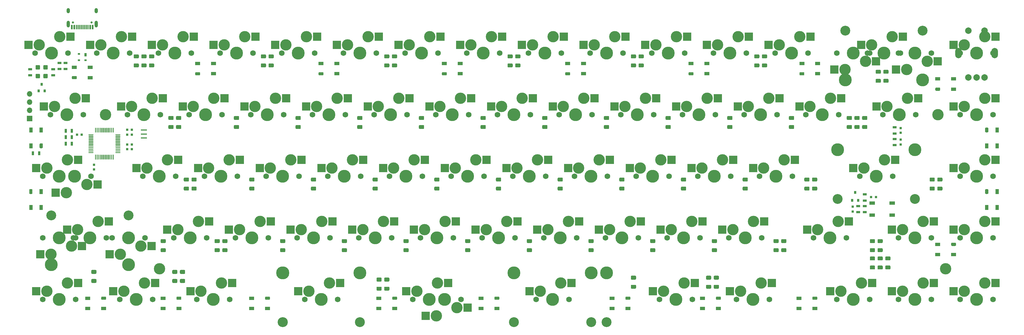
<source format=gbr>
%TF.GenerationSoftware,KiCad,Pcbnew,(5.1.11)-1*%
%TF.CreationDate,2022-07-20T14:15:52+07:00*%
%TF.ProjectId,Malenia,4d616c65-6e69-4612-9e6b-696361645f70,rev?*%
%TF.SameCoordinates,Original*%
%TF.FileFunction,Soldermask,Bot*%
%TF.FilePolarity,Negative*%
%FSLAX46Y46*%
G04 Gerber Fmt 4.6, Leading zero omitted, Abs format (unit mm)*
G04 Created by KiCad (PCBNEW (5.1.11)-1) date 2022-07-20 14:15:52*
%MOMM*%
%LPD*%
G01*
G04 APERTURE LIST*
%ADD10R,1.300000X0.700000*%
%ADD11R,0.750000X0.800000*%
%ADD12R,0.800000X0.900000*%
%ADD13R,1.700000X1.700000*%
%ADD14O,1.700000X1.700000*%
%ADD15C,0.500000*%
%ADD16C,1.750000*%
%ADD17C,3.500000*%
%ADD18R,2.550000X2.500000*%
%ADD19C,3.987800*%
%ADD20R,0.700000X1.300000*%
%ADD21R,1.000000X1.500000*%
%ADD22R,1.500000X1.000000*%
%ADD23R,1.900000X0.400000*%
%ADD24C,2.000000*%
%ADD25O,2.000000X3.200000*%
%ADD26R,1.800000X1.100000*%
%ADD27R,0.800000X0.750000*%
%ADD28C,3.048000*%
%ADD29R,0.700000X1.000000*%
%ADD30R,0.700000X0.600000*%
%ADD31R,0.600000X1.450000*%
%ADD32R,0.300000X1.450000*%
%ADD33C,0.650000*%
%ADD34O,1.000000X2.100000*%
%ADD35O,1.000000X1.600000*%
G04 APERTURE END LIST*
%TO.C,U1*%
G36*
G01*
X57370535Y-61254686D02*
X57370535Y-62579686D01*
G75*
G02*
X57295535Y-62654686I-75000J0D01*
G01*
X57145535Y-62654686D01*
G75*
G02*
X57070535Y-62579686I0J75000D01*
G01*
X57070535Y-61254686D01*
G75*
G02*
X57145535Y-61179686I75000J0D01*
G01*
X57295535Y-61179686D01*
G75*
G02*
X57370535Y-61254686I0J-75000D01*
G01*
G37*
G36*
G01*
X56870535Y-61254686D02*
X56870535Y-62579686D01*
G75*
G02*
X56795535Y-62654686I-75000J0D01*
G01*
X56645535Y-62654686D01*
G75*
G02*
X56570535Y-62579686I0J75000D01*
G01*
X56570535Y-61254686D01*
G75*
G02*
X56645535Y-61179686I75000J0D01*
G01*
X56795535Y-61179686D01*
G75*
G02*
X56870535Y-61254686I0J-75000D01*
G01*
G37*
G36*
G01*
X56370535Y-61254686D02*
X56370535Y-62579686D01*
G75*
G02*
X56295535Y-62654686I-75000J0D01*
G01*
X56145535Y-62654686D01*
G75*
G02*
X56070535Y-62579686I0J75000D01*
G01*
X56070535Y-61254686D01*
G75*
G02*
X56145535Y-61179686I75000J0D01*
G01*
X56295535Y-61179686D01*
G75*
G02*
X56370535Y-61254686I0J-75000D01*
G01*
G37*
G36*
G01*
X55870535Y-61254686D02*
X55870535Y-62579686D01*
G75*
G02*
X55795535Y-62654686I-75000J0D01*
G01*
X55645535Y-62654686D01*
G75*
G02*
X55570535Y-62579686I0J75000D01*
G01*
X55570535Y-61254686D01*
G75*
G02*
X55645535Y-61179686I75000J0D01*
G01*
X55795535Y-61179686D01*
G75*
G02*
X55870535Y-61254686I0J-75000D01*
G01*
G37*
G36*
G01*
X55370535Y-61254686D02*
X55370535Y-62579686D01*
G75*
G02*
X55295535Y-62654686I-75000J0D01*
G01*
X55145535Y-62654686D01*
G75*
G02*
X55070535Y-62579686I0J75000D01*
G01*
X55070535Y-61254686D01*
G75*
G02*
X55145535Y-61179686I75000J0D01*
G01*
X55295535Y-61179686D01*
G75*
G02*
X55370535Y-61254686I0J-75000D01*
G01*
G37*
G36*
G01*
X54870535Y-61254686D02*
X54870535Y-62579686D01*
G75*
G02*
X54795535Y-62654686I-75000J0D01*
G01*
X54645535Y-62654686D01*
G75*
G02*
X54570535Y-62579686I0J75000D01*
G01*
X54570535Y-61254686D01*
G75*
G02*
X54645535Y-61179686I75000J0D01*
G01*
X54795535Y-61179686D01*
G75*
G02*
X54870535Y-61254686I0J-75000D01*
G01*
G37*
G36*
G01*
X54370535Y-61254686D02*
X54370535Y-62579686D01*
G75*
G02*
X54295535Y-62654686I-75000J0D01*
G01*
X54145535Y-62654686D01*
G75*
G02*
X54070535Y-62579686I0J75000D01*
G01*
X54070535Y-61254686D01*
G75*
G02*
X54145535Y-61179686I75000J0D01*
G01*
X54295535Y-61179686D01*
G75*
G02*
X54370535Y-61254686I0J-75000D01*
G01*
G37*
G36*
G01*
X53870535Y-61254686D02*
X53870535Y-62579686D01*
G75*
G02*
X53795535Y-62654686I-75000J0D01*
G01*
X53645535Y-62654686D01*
G75*
G02*
X53570535Y-62579686I0J75000D01*
G01*
X53570535Y-61254686D01*
G75*
G02*
X53645535Y-61179686I75000J0D01*
G01*
X53795535Y-61179686D01*
G75*
G02*
X53870535Y-61254686I0J-75000D01*
G01*
G37*
G36*
G01*
X53370535Y-61254686D02*
X53370535Y-62579686D01*
G75*
G02*
X53295535Y-62654686I-75000J0D01*
G01*
X53145535Y-62654686D01*
G75*
G02*
X53070535Y-62579686I0J75000D01*
G01*
X53070535Y-61254686D01*
G75*
G02*
X53145535Y-61179686I75000J0D01*
G01*
X53295535Y-61179686D01*
G75*
G02*
X53370535Y-61254686I0J-75000D01*
G01*
G37*
G36*
G01*
X52870535Y-61254686D02*
X52870535Y-62579686D01*
G75*
G02*
X52795535Y-62654686I-75000J0D01*
G01*
X52645535Y-62654686D01*
G75*
G02*
X52570535Y-62579686I0J75000D01*
G01*
X52570535Y-61254686D01*
G75*
G02*
X52645535Y-61179686I75000J0D01*
G01*
X52795535Y-61179686D01*
G75*
G02*
X52870535Y-61254686I0J-75000D01*
G01*
G37*
G36*
G01*
X52370535Y-61254686D02*
X52370535Y-62579686D01*
G75*
G02*
X52295535Y-62654686I-75000J0D01*
G01*
X52145535Y-62654686D01*
G75*
G02*
X52070535Y-62579686I0J75000D01*
G01*
X52070535Y-61254686D01*
G75*
G02*
X52145535Y-61179686I75000J0D01*
G01*
X52295535Y-61179686D01*
G75*
G02*
X52370535Y-61254686I0J-75000D01*
G01*
G37*
G36*
G01*
X51870535Y-61254686D02*
X51870535Y-62579686D01*
G75*
G02*
X51795535Y-62654686I-75000J0D01*
G01*
X51645535Y-62654686D01*
G75*
G02*
X51570535Y-62579686I0J75000D01*
G01*
X51570535Y-61254686D01*
G75*
G02*
X51645535Y-61179686I75000J0D01*
G01*
X51795535Y-61179686D01*
G75*
G02*
X51870535Y-61254686I0J-75000D01*
G01*
G37*
G36*
G01*
X51045535Y-63254686D02*
X51045535Y-63404686D01*
G75*
G02*
X50970535Y-63479686I-75000J0D01*
G01*
X49645535Y-63479686D01*
G75*
G02*
X49570535Y-63404686I0J75000D01*
G01*
X49570535Y-63254686D01*
G75*
G02*
X49645535Y-63179686I75000J0D01*
G01*
X50970535Y-63179686D01*
G75*
G02*
X51045535Y-63254686I0J-75000D01*
G01*
G37*
G36*
G01*
X51045535Y-63754686D02*
X51045535Y-63904686D01*
G75*
G02*
X50970535Y-63979686I-75000J0D01*
G01*
X49645535Y-63979686D01*
G75*
G02*
X49570535Y-63904686I0J75000D01*
G01*
X49570535Y-63754686D01*
G75*
G02*
X49645535Y-63679686I75000J0D01*
G01*
X50970535Y-63679686D01*
G75*
G02*
X51045535Y-63754686I0J-75000D01*
G01*
G37*
G36*
G01*
X51045535Y-64254686D02*
X51045535Y-64404686D01*
G75*
G02*
X50970535Y-64479686I-75000J0D01*
G01*
X49645535Y-64479686D01*
G75*
G02*
X49570535Y-64404686I0J75000D01*
G01*
X49570535Y-64254686D01*
G75*
G02*
X49645535Y-64179686I75000J0D01*
G01*
X50970535Y-64179686D01*
G75*
G02*
X51045535Y-64254686I0J-75000D01*
G01*
G37*
G36*
G01*
X51045535Y-64754686D02*
X51045535Y-64904686D01*
G75*
G02*
X50970535Y-64979686I-75000J0D01*
G01*
X49645535Y-64979686D01*
G75*
G02*
X49570535Y-64904686I0J75000D01*
G01*
X49570535Y-64754686D01*
G75*
G02*
X49645535Y-64679686I75000J0D01*
G01*
X50970535Y-64679686D01*
G75*
G02*
X51045535Y-64754686I0J-75000D01*
G01*
G37*
G36*
G01*
X51045535Y-65254686D02*
X51045535Y-65404686D01*
G75*
G02*
X50970535Y-65479686I-75000J0D01*
G01*
X49645535Y-65479686D01*
G75*
G02*
X49570535Y-65404686I0J75000D01*
G01*
X49570535Y-65254686D01*
G75*
G02*
X49645535Y-65179686I75000J0D01*
G01*
X50970535Y-65179686D01*
G75*
G02*
X51045535Y-65254686I0J-75000D01*
G01*
G37*
G36*
G01*
X51045535Y-65754686D02*
X51045535Y-65904686D01*
G75*
G02*
X50970535Y-65979686I-75000J0D01*
G01*
X49645535Y-65979686D01*
G75*
G02*
X49570535Y-65904686I0J75000D01*
G01*
X49570535Y-65754686D01*
G75*
G02*
X49645535Y-65679686I75000J0D01*
G01*
X50970535Y-65679686D01*
G75*
G02*
X51045535Y-65754686I0J-75000D01*
G01*
G37*
G36*
G01*
X51045535Y-66254686D02*
X51045535Y-66404686D01*
G75*
G02*
X50970535Y-66479686I-75000J0D01*
G01*
X49645535Y-66479686D01*
G75*
G02*
X49570535Y-66404686I0J75000D01*
G01*
X49570535Y-66254686D01*
G75*
G02*
X49645535Y-66179686I75000J0D01*
G01*
X50970535Y-66179686D01*
G75*
G02*
X51045535Y-66254686I0J-75000D01*
G01*
G37*
G36*
G01*
X51045535Y-66754686D02*
X51045535Y-66904686D01*
G75*
G02*
X50970535Y-66979686I-75000J0D01*
G01*
X49645535Y-66979686D01*
G75*
G02*
X49570535Y-66904686I0J75000D01*
G01*
X49570535Y-66754686D01*
G75*
G02*
X49645535Y-66679686I75000J0D01*
G01*
X50970535Y-66679686D01*
G75*
G02*
X51045535Y-66754686I0J-75000D01*
G01*
G37*
G36*
G01*
X51045535Y-67254686D02*
X51045535Y-67404686D01*
G75*
G02*
X50970535Y-67479686I-75000J0D01*
G01*
X49645535Y-67479686D01*
G75*
G02*
X49570535Y-67404686I0J75000D01*
G01*
X49570535Y-67254686D01*
G75*
G02*
X49645535Y-67179686I75000J0D01*
G01*
X50970535Y-67179686D01*
G75*
G02*
X51045535Y-67254686I0J-75000D01*
G01*
G37*
G36*
G01*
X51045535Y-67754686D02*
X51045535Y-67904686D01*
G75*
G02*
X50970535Y-67979686I-75000J0D01*
G01*
X49645535Y-67979686D01*
G75*
G02*
X49570535Y-67904686I0J75000D01*
G01*
X49570535Y-67754686D01*
G75*
G02*
X49645535Y-67679686I75000J0D01*
G01*
X50970535Y-67679686D01*
G75*
G02*
X51045535Y-67754686I0J-75000D01*
G01*
G37*
G36*
G01*
X51045535Y-68254686D02*
X51045535Y-68404686D01*
G75*
G02*
X50970535Y-68479686I-75000J0D01*
G01*
X49645535Y-68479686D01*
G75*
G02*
X49570535Y-68404686I0J75000D01*
G01*
X49570535Y-68254686D01*
G75*
G02*
X49645535Y-68179686I75000J0D01*
G01*
X50970535Y-68179686D01*
G75*
G02*
X51045535Y-68254686I0J-75000D01*
G01*
G37*
G36*
G01*
X51045535Y-68754686D02*
X51045535Y-68904686D01*
G75*
G02*
X50970535Y-68979686I-75000J0D01*
G01*
X49645535Y-68979686D01*
G75*
G02*
X49570535Y-68904686I0J75000D01*
G01*
X49570535Y-68754686D01*
G75*
G02*
X49645535Y-68679686I75000J0D01*
G01*
X50970535Y-68679686D01*
G75*
G02*
X51045535Y-68754686I0J-75000D01*
G01*
G37*
G36*
G01*
X51870535Y-69579686D02*
X51870535Y-70904686D01*
G75*
G02*
X51795535Y-70979686I-75000J0D01*
G01*
X51645535Y-70979686D01*
G75*
G02*
X51570535Y-70904686I0J75000D01*
G01*
X51570535Y-69579686D01*
G75*
G02*
X51645535Y-69504686I75000J0D01*
G01*
X51795535Y-69504686D01*
G75*
G02*
X51870535Y-69579686I0J-75000D01*
G01*
G37*
G36*
G01*
X52370535Y-69579686D02*
X52370535Y-70904686D01*
G75*
G02*
X52295535Y-70979686I-75000J0D01*
G01*
X52145535Y-70979686D01*
G75*
G02*
X52070535Y-70904686I0J75000D01*
G01*
X52070535Y-69579686D01*
G75*
G02*
X52145535Y-69504686I75000J0D01*
G01*
X52295535Y-69504686D01*
G75*
G02*
X52370535Y-69579686I0J-75000D01*
G01*
G37*
G36*
G01*
X52870535Y-69579686D02*
X52870535Y-70904686D01*
G75*
G02*
X52795535Y-70979686I-75000J0D01*
G01*
X52645535Y-70979686D01*
G75*
G02*
X52570535Y-70904686I0J75000D01*
G01*
X52570535Y-69579686D01*
G75*
G02*
X52645535Y-69504686I75000J0D01*
G01*
X52795535Y-69504686D01*
G75*
G02*
X52870535Y-69579686I0J-75000D01*
G01*
G37*
G36*
G01*
X53370535Y-69579686D02*
X53370535Y-70904686D01*
G75*
G02*
X53295535Y-70979686I-75000J0D01*
G01*
X53145535Y-70979686D01*
G75*
G02*
X53070535Y-70904686I0J75000D01*
G01*
X53070535Y-69579686D01*
G75*
G02*
X53145535Y-69504686I75000J0D01*
G01*
X53295535Y-69504686D01*
G75*
G02*
X53370535Y-69579686I0J-75000D01*
G01*
G37*
G36*
G01*
X53870535Y-69579686D02*
X53870535Y-70904686D01*
G75*
G02*
X53795535Y-70979686I-75000J0D01*
G01*
X53645535Y-70979686D01*
G75*
G02*
X53570535Y-70904686I0J75000D01*
G01*
X53570535Y-69579686D01*
G75*
G02*
X53645535Y-69504686I75000J0D01*
G01*
X53795535Y-69504686D01*
G75*
G02*
X53870535Y-69579686I0J-75000D01*
G01*
G37*
G36*
G01*
X54370535Y-69579686D02*
X54370535Y-70904686D01*
G75*
G02*
X54295535Y-70979686I-75000J0D01*
G01*
X54145535Y-70979686D01*
G75*
G02*
X54070535Y-70904686I0J75000D01*
G01*
X54070535Y-69579686D01*
G75*
G02*
X54145535Y-69504686I75000J0D01*
G01*
X54295535Y-69504686D01*
G75*
G02*
X54370535Y-69579686I0J-75000D01*
G01*
G37*
G36*
G01*
X54870535Y-69579686D02*
X54870535Y-70904686D01*
G75*
G02*
X54795535Y-70979686I-75000J0D01*
G01*
X54645535Y-70979686D01*
G75*
G02*
X54570535Y-70904686I0J75000D01*
G01*
X54570535Y-69579686D01*
G75*
G02*
X54645535Y-69504686I75000J0D01*
G01*
X54795535Y-69504686D01*
G75*
G02*
X54870535Y-69579686I0J-75000D01*
G01*
G37*
G36*
G01*
X55370535Y-69579686D02*
X55370535Y-70904686D01*
G75*
G02*
X55295535Y-70979686I-75000J0D01*
G01*
X55145535Y-70979686D01*
G75*
G02*
X55070535Y-70904686I0J75000D01*
G01*
X55070535Y-69579686D01*
G75*
G02*
X55145535Y-69504686I75000J0D01*
G01*
X55295535Y-69504686D01*
G75*
G02*
X55370535Y-69579686I0J-75000D01*
G01*
G37*
G36*
G01*
X55870535Y-69579686D02*
X55870535Y-70904686D01*
G75*
G02*
X55795535Y-70979686I-75000J0D01*
G01*
X55645535Y-70979686D01*
G75*
G02*
X55570535Y-70904686I0J75000D01*
G01*
X55570535Y-69579686D01*
G75*
G02*
X55645535Y-69504686I75000J0D01*
G01*
X55795535Y-69504686D01*
G75*
G02*
X55870535Y-69579686I0J-75000D01*
G01*
G37*
G36*
G01*
X56370535Y-69579686D02*
X56370535Y-70904686D01*
G75*
G02*
X56295535Y-70979686I-75000J0D01*
G01*
X56145535Y-70979686D01*
G75*
G02*
X56070535Y-70904686I0J75000D01*
G01*
X56070535Y-69579686D01*
G75*
G02*
X56145535Y-69504686I75000J0D01*
G01*
X56295535Y-69504686D01*
G75*
G02*
X56370535Y-69579686I0J-75000D01*
G01*
G37*
G36*
G01*
X56870535Y-69579686D02*
X56870535Y-70904686D01*
G75*
G02*
X56795535Y-70979686I-75000J0D01*
G01*
X56645535Y-70979686D01*
G75*
G02*
X56570535Y-70904686I0J75000D01*
G01*
X56570535Y-69579686D01*
G75*
G02*
X56645535Y-69504686I75000J0D01*
G01*
X56795535Y-69504686D01*
G75*
G02*
X56870535Y-69579686I0J-75000D01*
G01*
G37*
G36*
G01*
X57370535Y-69579686D02*
X57370535Y-70904686D01*
G75*
G02*
X57295535Y-70979686I-75000J0D01*
G01*
X57145535Y-70979686D01*
G75*
G02*
X57070535Y-70904686I0J75000D01*
G01*
X57070535Y-69579686D01*
G75*
G02*
X57145535Y-69504686I75000J0D01*
G01*
X57295535Y-69504686D01*
G75*
G02*
X57370535Y-69579686I0J-75000D01*
G01*
G37*
G36*
G01*
X59370535Y-68754686D02*
X59370535Y-68904686D01*
G75*
G02*
X59295535Y-68979686I-75000J0D01*
G01*
X57970535Y-68979686D01*
G75*
G02*
X57895535Y-68904686I0J75000D01*
G01*
X57895535Y-68754686D01*
G75*
G02*
X57970535Y-68679686I75000J0D01*
G01*
X59295535Y-68679686D01*
G75*
G02*
X59370535Y-68754686I0J-75000D01*
G01*
G37*
G36*
G01*
X59370535Y-68254686D02*
X59370535Y-68404686D01*
G75*
G02*
X59295535Y-68479686I-75000J0D01*
G01*
X57970535Y-68479686D01*
G75*
G02*
X57895535Y-68404686I0J75000D01*
G01*
X57895535Y-68254686D01*
G75*
G02*
X57970535Y-68179686I75000J0D01*
G01*
X59295535Y-68179686D01*
G75*
G02*
X59370535Y-68254686I0J-75000D01*
G01*
G37*
G36*
G01*
X59370535Y-67754686D02*
X59370535Y-67904686D01*
G75*
G02*
X59295535Y-67979686I-75000J0D01*
G01*
X57970535Y-67979686D01*
G75*
G02*
X57895535Y-67904686I0J75000D01*
G01*
X57895535Y-67754686D01*
G75*
G02*
X57970535Y-67679686I75000J0D01*
G01*
X59295535Y-67679686D01*
G75*
G02*
X59370535Y-67754686I0J-75000D01*
G01*
G37*
G36*
G01*
X59370535Y-67254686D02*
X59370535Y-67404686D01*
G75*
G02*
X59295535Y-67479686I-75000J0D01*
G01*
X57970535Y-67479686D01*
G75*
G02*
X57895535Y-67404686I0J75000D01*
G01*
X57895535Y-67254686D01*
G75*
G02*
X57970535Y-67179686I75000J0D01*
G01*
X59295535Y-67179686D01*
G75*
G02*
X59370535Y-67254686I0J-75000D01*
G01*
G37*
G36*
G01*
X59370535Y-66754686D02*
X59370535Y-66904686D01*
G75*
G02*
X59295535Y-66979686I-75000J0D01*
G01*
X57970535Y-66979686D01*
G75*
G02*
X57895535Y-66904686I0J75000D01*
G01*
X57895535Y-66754686D01*
G75*
G02*
X57970535Y-66679686I75000J0D01*
G01*
X59295535Y-66679686D01*
G75*
G02*
X59370535Y-66754686I0J-75000D01*
G01*
G37*
G36*
G01*
X59370535Y-66254686D02*
X59370535Y-66404686D01*
G75*
G02*
X59295535Y-66479686I-75000J0D01*
G01*
X57970535Y-66479686D01*
G75*
G02*
X57895535Y-66404686I0J75000D01*
G01*
X57895535Y-66254686D01*
G75*
G02*
X57970535Y-66179686I75000J0D01*
G01*
X59295535Y-66179686D01*
G75*
G02*
X59370535Y-66254686I0J-75000D01*
G01*
G37*
G36*
G01*
X59370535Y-65754686D02*
X59370535Y-65904686D01*
G75*
G02*
X59295535Y-65979686I-75000J0D01*
G01*
X57970535Y-65979686D01*
G75*
G02*
X57895535Y-65904686I0J75000D01*
G01*
X57895535Y-65754686D01*
G75*
G02*
X57970535Y-65679686I75000J0D01*
G01*
X59295535Y-65679686D01*
G75*
G02*
X59370535Y-65754686I0J-75000D01*
G01*
G37*
G36*
G01*
X59370535Y-65254686D02*
X59370535Y-65404686D01*
G75*
G02*
X59295535Y-65479686I-75000J0D01*
G01*
X57970535Y-65479686D01*
G75*
G02*
X57895535Y-65404686I0J75000D01*
G01*
X57895535Y-65254686D01*
G75*
G02*
X57970535Y-65179686I75000J0D01*
G01*
X59295535Y-65179686D01*
G75*
G02*
X59370535Y-65254686I0J-75000D01*
G01*
G37*
G36*
G01*
X59370535Y-64754686D02*
X59370535Y-64904686D01*
G75*
G02*
X59295535Y-64979686I-75000J0D01*
G01*
X57970535Y-64979686D01*
G75*
G02*
X57895535Y-64904686I0J75000D01*
G01*
X57895535Y-64754686D01*
G75*
G02*
X57970535Y-64679686I75000J0D01*
G01*
X59295535Y-64679686D01*
G75*
G02*
X59370535Y-64754686I0J-75000D01*
G01*
G37*
G36*
G01*
X59370535Y-64254686D02*
X59370535Y-64404686D01*
G75*
G02*
X59295535Y-64479686I-75000J0D01*
G01*
X57970535Y-64479686D01*
G75*
G02*
X57895535Y-64404686I0J75000D01*
G01*
X57895535Y-64254686D01*
G75*
G02*
X57970535Y-64179686I75000J0D01*
G01*
X59295535Y-64179686D01*
G75*
G02*
X59370535Y-64254686I0J-75000D01*
G01*
G37*
G36*
G01*
X59370535Y-63754686D02*
X59370535Y-63904686D01*
G75*
G02*
X59295535Y-63979686I-75000J0D01*
G01*
X57970535Y-63979686D01*
G75*
G02*
X57895535Y-63904686I0J75000D01*
G01*
X57895535Y-63754686D01*
G75*
G02*
X57970535Y-63679686I75000J0D01*
G01*
X59295535Y-63679686D01*
G75*
G02*
X59370535Y-63754686I0J-75000D01*
G01*
G37*
G36*
G01*
X59370535Y-63254686D02*
X59370535Y-63404686D01*
G75*
G02*
X59295535Y-63479686I-75000J0D01*
G01*
X57970535Y-63479686D01*
G75*
G02*
X57895535Y-63404686I0J75000D01*
G01*
X57895535Y-63254686D01*
G75*
G02*
X57970535Y-63179686I75000J0D01*
G01*
X59295535Y-63179686D01*
G75*
G02*
X59370535Y-63254686I0J-75000D01*
G01*
G37*
%TD*%
D10*
%TO.C,R13*%
X298600000Y-61050000D03*
X298600000Y-62950000D03*
%TD*%
%TO.C,R12*%
X298600000Y-64650000D03*
X298600000Y-66550000D03*
%TD*%
D11*
%TO.C,C12*%
X300400000Y-61250000D03*
X300400000Y-62750000D03*
%TD*%
%TO.C,C11*%
X300400000Y-64850000D03*
X300400000Y-66350000D03*
%TD*%
%TO.C,C10*%
X285572790Y-87070355D03*
X285572790Y-85570355D03*
%TD*%
D12*
%TO.C,Q1*%
X286346215Y-81200000D03*
X285396215Y-83600000D03*
X287296215Y-83600000D03*
%TD*%
D13*
%TO.C,J1*%
X31351395Y-58340550D03*
D14*
X31351395Y-55800550D03*
X31351395Y-53260550D03*
X31351395Y-50720550D03*
%TD*%
D15*
%TO.C,MX58*%
X32416750Y-110807500D03*
D16*
X45561250Y-114300000D03*
X35401250Y-114300000D03*
D17*
X43021250Y-109220000D03*
D15*
X47302750Y-108267500D03*
D18*
X46323250Y-109220000D03*
D15*
X47302750Y-110172500D03*
D18*
X33396250Y-111760000D03*
D15*
X32416750Y-112712500D03*
D17*
X36671250Y-111760000D03*
D19*
X40481250Y-114300000D03*
%TD*%
D15*
%TO.C,MX19*%
X63373000Y-72707500D03*
D16*
X76517500Y-76200000D03*
X66357500Y-76200000D03*
D17*
X67627500Y-73660000D03*
D19*
X71437500Y-76200000D03*
D17*
X73977500Y-71120000D03*
D15*
X63373000Y-74612500D03*
X78259000Y-72072500D03*
X78259000Y-70167500D03*
D18*
X77279500Y-71120000D03*
X64352500Y-73660000D03*
%TD*%
D20*
%TO.C,R11*%
X32387340Y-69056220D03*
X34287340Y-69056220D03*
%TD*%
%TO.C,D95*%
G36*
G01*
X31986280Y-81643940D02*
X31486280Y-81643940D01*
G75*
G02*
X31236280Y-81393940I0J250000D01*
G01*
X31236280Y-80393940D01*
G75*
G02*
X31486280Y-80143940I250000J0D01*
G01*
X31986280Y-80143940D01*
G75*
G02*
X32236280Y-80393940I0J-250000D01*
G01*
X32236280Y-81393940D01*
G75*
G02*
X31986280Y-81643940I-250000J0D01*
G01*
G37*
D21*
X34936280Y-80893940D03*
X31736280Y-85793940D03*
X34936280Y-85793940D03*
%TD*%
%TO.C,D94*%
G36*
G01*
X53491045Y-114140950D02*
X53491045Y-113640950D01*
G75*
G02*
X53741045Y-113390950I250000J0D01*
G01*
X54741045Y-113390950D01*
G75*
G02*
X54991045Y-113640950I0J-250000D01*
G01*
X54991045Y-114140950D01*
G75*
G02*
X54741045Y-114390950I-250000J0D01*
G01*
X53741045Y-114390950D01*
G75*
G02*
X53491045Y-114140950I0J250000D01*
G01*
G37*
D22*
X54241045Y-117090950D03*
X49341045Y-113890950D03*
X49341045Y-117090950D03*
%TD*%
%TO.C,D93*%
G36*
G01*
X76708330Y-114140950D02*
X76708330Y-113640950D01*
G75*
G02*
X76958330Y-113390950I250000J0D01*
G01*
X77958330Y-113390950D01*
G75*
G02*
X78208330Y-113640950I0J-250000D01*
G01*
X78208330Y-114140950D01*
G75*
G02*
X77958330Y-114390950I-250000J0D01*
G01*
X76958330Y-114390950D01*
G75*
G02*
X76708330Y-114140950I0J250000D01*
G01*
G37*
X77458330Y-117090950D03*
X72558330Y-113890950D03*
X72558330Y-117090950D03*
%TD*%
%TO.C,D92*%
X99942820Y-117090950D03*
X99942820Y-113890950D03*
X104842820Y-117090950D03*
G36*
G01*
X104092820Y-114140950D02*
X104092820Y-113640950D01*
G75*
G02*
X104342820Y-113390950I250000J0D01*
G01*
X105342820Y-113390950D01*
G75*
G02*
X105592820Y-113640950I0J-250000D01*
G01*
X105592820Y-114140950D01*
G75*
G02*
X105342820Y-114390950I-250000J0D01*
G01*
X104342820Y-114390950D01*
G75*
G02*
X104092820Y-114140950I0J250000D01*
G01*
G37*
%TD*%
%TO.C,D91*%
X139233610Y-117090950D03*
X139233610Y-113890950D03*
X144133610Y-117090950D03*
G36*
G01*
X143383610Y-114140950D02*
X143383610Y-113640950D01*
G75*
G02*
X143633610Y-113390950I250000J0D01*
G01*
X144633610Y-113390950D01*
G75*
G02*
X144883610Y-113640950I0J-250000D01*
G01*
X144883610Y-114140950D01*
G75*
G02*
X144633610Y-114390950I-250000J0D01*
G01*
X143633610Y-114390950D01*
G75*
G02*
X143383610Y-114140950I0J250000D01*
G01*
G37*
%TD*%
%TO.C,D90*%
X170785305Y-117090950D03*
X170785305Y-113890950D03*
X175685305Y-117090950D03*
G36*
G01*
X174935305Y-114140950D02*
X174935305Y-113640950D01*
G75*
G02*
X175185305Y-113390950I250000J0D01*
G01*
X176185305Y-113390950D01*
G75*
G02*
X176435305Y-113640950I0J-250000D01*
G01*
X176435305Y-114140950D01*
G75*
G02*
X176185305Y-114390950I-250000J0D01*
G01*
X175185305Y-114390950D01*
G75*
G02*
X174935305Y-114140950I0J250000D01*
G01*
G37*
%TD*%
%TO.C,D89*%
X211266725Y-117090950D03*
X211266725Y-113890950D03*
X216166725Y-117090950D03*
G36*
G01*
X215416725Y-114140950D02*
X215416725Y-113640950D01*
G75*
G02*
X215666725Y-113390950I250000J0D01*
G01*
X216666725Y-113390950D01*
G75*
G02*
X216916725Y-113640950I0J-250000D01*
G01*
X216916725Y-114140950D01*
G75*
G02*
X216666725Y-114390950I-250000J0D01*
G01*
X215666725Y-114390950D01*
G75*
G02*
X215416725Y-114140950I0J250000D01*
G01*
G37*
%TD*%
%TO.C,D88*%
X239247570Y-117090950D03*
X239247570Y-113890950D03*
X244147570Y-117090950D03*
G36*
G01*
X243397570Y-114140950D02*
X243397570Y-113640950D01*
G75*
G02*
X243647570Y-113390950I250000J0D01*
G01*
X244647570Y-113390950D01*
G75*
G02*
X244897570Y-113640950I0J-250000D01*
G01*
X244897570Y-114140950D01*
G75*
G02*
X244647570Y-114390950I-250000J0D01*
G01*
X243647570Y-114390950D01*
G75*
G02*
X243397570Y-114140950I0J250000D01*
G01*
G37*
%TD*%
%TO.C,D87*%
X269013320Y-117090950D03*
X269013320Y-113890950D03*
X273913320Y-117090950D03*
G36*
G01*
X273163320Y-114140950D02*
X273163320Y-113640950D01*
G75*
G02*
X273413320Y-113390950I250000J0D01*
G01*
X274413320Y-113390950D01*
G75*
G02*
X274663320Y-113640950I0J-250000D01*
G01*
X274663320Y-114140950D01*
G75*
G02*
X274413320Y-114390950I-250000J0D01*
G01*
X273413320Y-114390950D01*
G75*
G02*
X273163320Y-114140950I0J250000D01*
G01*
G37*
%TD*%
%TO.C,D86*%
X311874960Y-100422130D03*
X311874960Y-97222130D03*
X316774960Y-100422130D03*
G36*
G01*
X316024960Y-97472130D02*
X316024960Y-96972130D01*
G75*
G02*
X316274960Y-96722130I250000J0D01*
G01*
X317274960Y-96722130D01*
G75*
G02*
X317524960Y-96972130I0J-250000D01*
G01*
X317524960Y-97472130D01*
G75*
G02*
X317274960Y-97722130I-250000J0D01*
G01*
X316274960Y-97722130D01*
G75*
G02*
X316024960Y-97472130I0J250000D01*
G01*
G37*
%TD*%
D21*
%TO.C,D85*%
X330212520Y-85793940D03*
X327012520Y-85793940D03*
X330212520Y-80893940D03*
G36*
G01*
X327262520Y-81643940D02*
X326762520Y-81643940D01*
G75*
G02*
X326512520Y-81393940I0J250000D01*
G01*
X326512520Y-80393940D01*
G75*
G02*
X326762520Y-80143940I250000J0D01*
G01*
X327262520Y-80143940D01*
G75*
G02*
X327512520Y-80393940I0J-250000D01*
G01*
X327512520Y-81393940D01*
G75*
G02*
X327262520Y-81643940I-250000J0D01*
G01*
G37*
%TD*%
%TO.C,D84*%
X330212520Y-66743860D03*
X327012520Y-66743860D03*
X330212520Y-61843860D03*
G36*
G01*
X327262520Y-62593860D02*
X326762520Y-62593860D01*
G75*
G02*
X326512520Y-62343860I0J250000D01*
G01*
X326512520Y-61343860D01*
G75*
G02*
X326762520Y-61093860I250000J0D01*
G01*
X327262520Y-61093860D01*
G75*
G02*
X327512520Y-61343860I0J-250000D01*
G01*
X327512520Y-62343860D01*
G75*
G02*
X327262520Y-62593860I-250000J0D01*
G01*
G37*
%TD*%
D22*
%TO.C,D83*%
X316774960Y-46025040D03*
X316774960Y-49225040D03*
X311874960Y-46025040D03*
G36*
G01*
X312624960Y-48975040D02*
X312624960Y-49475040D01*
G75*
G02*
X312374960Y-49725040I-250000J0D01*
G01*
X311374960Y-49725040D01*
G75*
G02*
X311124960Y-49475040I0J250000D01*
G01*
X311124960Y-48975040D01*
G75*
G02*
X311374960Y-48725040I250000J0D01*
G01*
X312374960Y-48725040D01*
G75*
G02*
X312624960Y-48975040I0J-250000D01*
G01*
G37*
%TD*%
%TO.C,D82*%
X274806586Y-41262288D03*
X274806586Y-44462288D03*
X269906586Y-41262288D03*
G36*
G01*
X270656586Y-44212288D02*
X270656586Y-44712288D01*
G75*
G02*
X270406586Y-44962288I-250000J0D01*
G01*
X269406586Y-44962288D01*
G75*
G02*
X269156586Y-44712288I0J250000D01*
G01*
X269156586Y-44212288D01*
G75*
G02*
X269406586Y-43962288I250000J0D01*
G01*
X270406586Y-43962288D01*
G75*
G02*
X270656586Y-44212288I0J-250000D01*
G01*
G37*
%TD*%
%TO.C,D81*%
X240574940Y-41262280D03*
X240574940Y-44462280D03*
X235674940Y-41262280D03*
G36*
G01*
X236424940Y-44212280D02*
X236424940Y-44712280D01*
G75*
G02*
X236174940Y-44962280I-250000J0D01*
G01*
X235174940Y-44962280D01*
G75*
G02*
X234924940Y-44712280I0J250000D01*
G01*
X234924940Y-44212280D01*
G75*
G02*
X235174940Y-43962280I250000J0D01*
G01*
X236174940Y-43962280D01*
G75*
G02*
X236424940Y-44212280I0J-250000D01*
G01*
G37*
%TD*%
%TO.C,D80*%
X202474940Y-41262280D03*
X202474940Y-44462280D03*
X197574940Y-41262280D03*
G36*
G01*
X198324940Y-44212280D02*
X198324940Y-44712280D01*
G75*
G02*
X198074940Y-44962280I-250000J0D01*
G01*
X197074940Y-44962280D01*
G75*
G02*
X196824940Y-44712280I0J250000D01*
G01*
X196824940Y-44212280D01*
G75*
G02*
X197074940Y-43962280I250000J0D01*
G01*
X198074940Y-43962280D01*
G75*
G02*
X198324940Y-44212280I0J-250000D01*
G01*
G37*
%TD*%
%TO.C,D79*%
X164374940Y-41262280D03*
X164374940Y-44462280D03*
X159474940Y-41262280D03*
G36*
G01*
X160224940Y-44212280D02*
X160224940Y-44712280D01*
G75*
G02*
X159974940Y-44962280I-250000J0D01*
G01*
X158974940Y-44962280D01*
G75*
G02*
X158724940Y-44712280I0J250000D01*
G01*
X158724940Y-44212280D01*
G75*
G02*
X158974940Y-43962280I250000J0D01*
G01*
X159974940Y-43962280D01*
G75*
G02*
X160224940Y-44212280I0J-250000D01*
G01*
G37*
%TD*%
%TO.C,D78*%
X126274940Y-41262280D03*
X126274940Y-44462280D03*
X121374940Y-41262280D03*
G36*
G01*
X122124940Y-44212280D02*
X122124940Y-44712280D01*
G75*
G02*
X121874940Y-44962280I-250000J0D01*
G01*
X120874940Y-44962280D01*
G75*
G02*
X120624940Y-44712280I0J250000D01*
G01*
X120624940Y-44212280D01*
G75*
G02*
X120874940Y-43962280I250000J0D01*
G01*
X121874940Y-43962280D01*
G75*
G02*
X122124940Y-44212280I0J-250000D01*
G01*
G37*
%TD*%
%TO.C,D77*%
X88174940Y-41262280D03*
X88174940Y-44462280D03*
X83274940Y-41262280D03*
G36*
G01*
X84024940Y-44212280D02*
X84024940Y-44712280D01*
G75*
G02*
X83774940Y-44962280I-250000J0D01*
G01*
X82774940Y-44962280D01*
G75*
G02*
X82524940Y-44712280I0J250000D01*
G01*
X82524940Y-44212280D01*
G75*
G02*
X82774940Y-43962280I250000J0D01*
G01*
X83774940Y-43962280D01*
G75*
G02*
X84024940Y-44212280I0J-250000D01*
G01*
G37*
%TD*%
%TO.C,D76*%
X50075056Y-42453160D03*
X50075056Y-45653160D03*
X45175056Y-42453160D03*
G36*
G01*
X45925056Y-45403160D02*
X45925056Y-45903160D01*
G75*
G02*
X45675056Y-46153160I-250000J0D01*
G01*
X44675056Y-46153160D01*
G75*
G02*
X44425056Y-45903160I0J250000D01*
G01*
X44425056Y-45403160D01*
G75*
G02*
X44675056Y-45153160I250000J0D01*
G01*
X45675056Y-45153160D01*
G75*
G02*
X45925056Y-45403160I0J-250000D01*
G01*
G37*
%TD*%
D21*
%TO.C,D75*%
X31737220Y-61843620D03*
X34937220Y-61843620D03*
X31737220Y-66743620D03*
G36*
G01*
X34687220Y-65993620D02*
X35187220Y-65993620D01*
G75*
G02*
X35437220Y-66243620I0J-250000D01*
G01*
X35437220Y-67243620D01*
G75*
G02*
X35187220Y-67493620I-250000J0D01*
G01*
X34687220Y-67493620D01*
G75*
G02*
X34437220Y-67243620I0J250000D01*
G01*
X34437220Y-66243620D01*
G75*
G02*
X34687220Y-65993620I250000J0D01*
G01*
G37*
%TD*%
D23*
%TO.C,Y1*%
X66675120Y-64303230D03*
X66675120Y-63103230D03*
X66675120Y-61903230D03*
%TD*%
D20*
%TO.C,R10*%
X44420535Y-62079686D03*
X42520535Y-62079686D03*
%TD*%
%TO.C,D73*%
G36*
G01*
X242922475Y-109742485D02*
X244042475Y-109742485D01*
G75*
G02*
X244282475Y-109982485I0J-240000D01*
G01*
X244282475Y-110702485D01*
G75*
G02*
X244042475Y-110942485I-240000J0D01*
G01*
X242922475Y-110942485D01*
G75*
G02*
X242682475Y-110702485I0J240000D01*
G01*
X242682475Y-109982485D01*
G75*
G02*
X242922475Y-109742485I240000J0D01*
G01*
G37*
G36*
G01*
X242922475Y-106942485D02*
X244042475Y-106942485D01*
G75*
G02*
X244282475Y-107182485I0J-240000D01*
G01*
X244282475Y-107902485D01*
G75*
G02*
X244042475Y-108142485I-240000J0D01*
G01*
X242922475Y-108142485D01*
G75*
G02*
X242682475Y-107902485I0J240000D01*
G01*
X242682475Y-107182485D01*
G75*
G02*
X242922475Y-106942485I240000J0D01*
G01*
G37*
%TD*%
%TO.C,D68*%
G36*
G01*
X295906710Y-103789335D02*
X297026710Y-103789335D01*
G75*
G02*
X297266710Y-104029335I0J-240000D01*
G01*
X297266710Y-104749335D01*
G75*
G02*
X297026710Y-104989335I-240000J0D01*
G01*
X295906710Y-104989335D01*
G75*
G02*
X295666710Y-104749335I0J240000D01*
G01*
X295666710Y-104029335D01*
G75*
G02*
X295906710Y-103789335I240000J0D01*
G01*
G37*
G36*
G01*
X295906710Y-100989335D02*
X297026710Y-100989335D01*
G75*
G02*
X297266710Y-101229335I0J-240000D01*
G01*
X297266710Y-101949335D01*
G75*
G02*
X297026710Y-102189335I-240000J0D01*
G01*
X295906710Y-102189335D01*
G75*
G02*
X295666710Y-101949335I0J240000D01*
G01*
X295666710Y-101229335D01*
G75*
G02*
X295906710Y-100989335I240000J0D01*
G01*
G37*
%TD*%
%TO.C,D67*%
G36*
G01*
X293525450Y-103789335D02*
X294645450Y-103789335D01*
G75*
G02*
X294885450Y-104029335I0J-240000D01*
G01*
X294885450Y-104749335D01*
G75*
G02*
X294645450Y-104989335I-240000J0D01*
G01*
X293525450Y-104989335D01*
G75*
G02*
X293285450Y-104749335I0J240000D01*
G01*
X293285450Y-104029335D01*
G75*
G02*
X293525450Y-103789335I240000J0D01*
G01*
G37*
G36*
G01*
X293525450Y-100989335D02*
X294645450Y-100989335D01*
G75*
G02*
X294885450Y-101229335I0J-240000D01*
G01*
X294885450Y-101949335D01*
G75*
G02*
X294645450Y-102189335I-240000J0D01*
G01*
X293525450Y-102189335D01*
G75*
G02*
X293285450Y-101949335I0J240000D01*
G01*
X293285450Y-101229335D01*
G75*
G02*
X293525450Y-100989335I240000J0D01*
G01*
G37*
%TD*%
%TO.C,D66*%
G36*
G01*
X291144050Y-103789175D02*
X292264050Y-103789175D01*
G75*
G02*
X292504050Y-104029175I0J-240000D01*
G01*
X292504050Y-104749175D01*
G75*
G02*
X292264050Y-104989175I-240000J0D01*
G01*
X291144050Y-104989175D01*
G75*
G02*
X290904050Y-104749175I0J240000D01*
G01*
X290904050Y-104029175D01*
G75*
G02*
X291144050Y-103789175I240000J0D01*
G01*
G37*
G36*
G01*
X291144050Y-100989175D02*
X292264050Y-100989175D01*
G75*
G02*
X292504050Y-101229175I0J-240000D01*
G01*
X292504050Y-101949175D01*
G75*
G02*
X292264050Y-102189175I-240000J0D01*
G01*
X291144050Y-102189175D01*
G75*
G02*
X290904050Y-101949175I0J240000D01*
G01*
X290904050Y-101229175D01*
G75*
G02*
X291144050Y-100989175I240000J0D01*
G01*
G37*
%TD*%
%TO.C,D65*%
G36*
G01*
X240541215Y-109742485D02*
X241661215Y-109742485D01*
G75*
G02*
X241901215Y-109982485I0J-240000D01*
G01*
X241901215Y-110702485D01*
G75*
G02*
X241661215Y-110942485I-240000J0D01*
G01*
X240541215Y-110942485D01*
G75*
G02*
X240301215Y-110702485I0J240000D01*
G01*
X240301215Y-109982485D01*
G75*
G02*
X240541215Y-109742485I240000J0D01*
G01*
G37*
G36*
G01*
X240541215Y-106942485D02*
X241661215Y-106942485D01*
G75*
G02*
X241901215Y-107182485I0J-240000D01*
G01*
X241901215Y-107902485D01*
G75*
G02*
X241661215Y-108142485I-240000J0D01*
G01*
X240541215Y-108142485D01*
G75*
G02*
X240301215Y-107902485I0J240000D01*
G01*
X240301215Y-107182485D01*
G75*
G02*
X240541215Y-106942485I240000J0D01*
G01*
G37*
%TD*%
%TO.C,D63*%
G36*
G01*
X217323930Y-109742485D02*
X218443930Y-109742485D01*
G75*
G02*
X218683930Y-109982485I0J-240000D01*
G01*
X218683930Y-110702485D01*
G75*
G02*
X218443930Y-110942485I-240000J0D01*
G01*
X217323930Y-110942485D01*
G75*
G02*
X217083930Y-110702485I0J240000D01*
G01*
X217083930Y-109982485D01*
G75*
G02*
X217323930Y-109742485I240000J0D01*
G01*
G37*
G36*
G01*
X217323930Y-106942485D02*
X218443930Y-106942485D01*
G75*
G02*
X218683930Y-107182485I0J-240000D01*
G01*
X218683930Y-107902485D01*
G75*
G02*
X218443930Y-108142485I-240000J0D01*
G01*
X217323930Y-108142485D01*
G75*
G02*
X217083930Y-107902485I0J240000D01*
G01*
X217083930Y-107182485D01*
G75*
G02*
X217323930Y-106942485I240000J0D01*
G01*
G37*
%TD*%
%TO.C,D62*%
G36*
G01*
X141123610Y-110337800D02*
X142243610Y-110337800D01*
G75*
G02*
X142483610Y-110577800I0J-240000D01*
G01*
X142483610Y-111297800D01*
G75*
G02*
X142243610Y-111537800I-240000J0D01*
G01*
X141123610Y-111537800D01*
G75*
G02*
X140883610Y-111297800I0J240000D01*
G01*
X140883610Y-110577800D01*
G75*
G02*
X141123610Y-110337800I240000J0D01*
G01*
G37*
G36*
G01*
X141123610Y-107537800D02*
X142243610Y-107537800D01*
G75*
G02*
X142483610Y-107777800I0J-240000D01*
G01*
X142483610Y-108497800D01*
G75*
G02*
X142243610Y-108737800I-240000J0D01*
G01*
X141123610Y-108737800D01*
G75*
G02*
X140883610Y-108497800I0J240000D01*
G01*
X140883610Y-107777800D01*
G75*
G02*
X141123610Y-107537800I240000J0D01*
G01*
G37*
%TD*%
%TO.C,D61*%
G36*
G01*
X138742350Y-110337800D02*
X139862350Y-110337800D01*
G75*
G02*
X140102350Y-110577800I0J-240000D01*
G01*
X140102350Y-111297800D01*
G75*
G02*
X139862350Y-111537800I-240000J0D01*
G01*
X138742350Y-111537800D01*
G75*
G02*
X138502350Y-111297800I0J240000D01*
G01*
X138502350Y-110577800D01*
G75*
G02*
X138742350Y-110337800I240000J0D01*
G01*
G37*
G36*
G01*
X138742350Y-107537800D02*
X139862350Y-107537800D01*
G75*
G02*
X140102350Y-107777800I0J-240000D01*
G01*
X140102350Y-108497800D01*
G75*
G02*
X139862350Y-108737800I-240000J0D01*
G01*
X138742350Y-108737800D01*
G75*
G02*
X138502350Y-108497800I0J240000D01*
G01*
X138502350Y-107777800D01*
G75*
G02*
X138742350Y-107537800I240000J0D01*
G01*
G37*
%TD*%
%TO.C,D59*%
G36*
G01*
X78021420Y-107956540D02*
X79141420Y-107956540D01*
G75*
G02*
X79381420Y-108196540I0J-240000D01*
G01*
X79381420Y-108916540D01*
G75*
G02*
X79141420Y-109156540I-240000J0D01*
G01*
X78021420Y-109156540D01*
G75*
G02*
X77781420Y-108916540I0J240000D01*
G01*
X77781420Y-108196540D01*
G75*
G02*
X78021420Y-107956540I240000J0D01*
G01*
G37*
G36*
G01*
X78021420Y-105156540D02*
X79141420Y-105156540D01*
G75*
G02*
X79381420Y-105396540I0J-240000D01*
G01*
X79381420Y-106116540D01*
G75*
G02*
X79141420Y-106356540I-240000J0D01*
G01*
X78021420Y-106356540D01*
G75*
G02*
X77781420Y-106116540I0J240000D01*
G01*
X77781420Y-105396540D01*
G75*
G02*
X78021420Y-105156540I240000J0D01*
G01*
G37*
%TD*%
%TO.C,D58*%
G36*
G01*
X75640160Y-107956540D02*
X76760160Y-107956540D01*
G75*
G02*
X77000160Y-108196540I0J-240000D01*
G01*
X77000160Y-108916540D01*
G75*
G02*
X76760160Y-109156540I-240000J0D01*
G01*
X75640160Y-109156540D01*
G75*
G02*
X75400160Y-108916540I0J240000D01*
G01*
X75400160Y-108196540D01*
G75*
G02*
X75640160Y-107956540I240000J0D01*
G01*
G37*
G36*
G01*
X75640160Y-105156540D02*
X76760160Y-105156540D01*
G75*
G02*
X77000160Y-105396540I0J-240000D01*
G01*
X77000160Y-106116540D01*
G75*
G02*
X76760160Y-106356540I-240000J0D01*
G01*
X75640160Y-106356540D01*
G75*
G02*
X75400160Y-106116540I0J240000D01*
G01*
X75400160Y-105396540D01*
G75*
G02*
X75640160Y-105156540I240000J0D01*
G01*
G37*
%TD*%
%TO.C,D57*%
G36*
G01*
X294645450Y-96831500D02*
X293525450Y-96831500D01*
G75*
G02*
X293285450Y-96591500I0J240000D01*
G01*
X293285450Y-95871500D01*
G75*
G02*
X293525450Y-95631500I240000J0D01*
G01*
X294645450Y-95631500D01*
G75*
G02*
X294885450Y-95871500I0J-240000D01*
G01*
X294885450Y-96591500D01*
G75*
G02*
X294645450Y-96831500I-240000J0D01*
G01*
G37*
G36*
G01*
X294645450Y-99631500D02*
X293525450Y-99631500D01*
G75*
G02*
X293285450Y-99391500I0J240000D01*
G01*
X293285450Y-98671500D01*
G75*
G02*
X293525450Y-98431500I240000J0D01*
G01*
X294645450Y-98431500D01*
G75*
G02*
X294885450Y-98671500I0J-240000D01*
G01*
X294885450Y-99391500D01*
G75*
G02*
X294645450Y-99631500I-240000J0D01*
G01*
G37*
%TD*%
%TO.C,D55*%
G36*
G01*
X292264190Y-96831500D02*
X291144190Y-96831500D01*
G75*
G02*
X290904190Y-96591500I0J240000D01*
G01*
X290904190Y-95871500D01*
G75*
G02*
X291144190Y-95631500I240000J0D01*
G01*
X292264190Y-95631500D01*
G75*
G02*
X292504190Y-95871500I0J-240000D01*
G01*
X292504190Y-96591500D01*
G75*
G02*
X292264190Y-96831500I-240000J0D01*
G01*
G37*
G36*
G01*
X292264190Y-99631500D02*
X291144190Y-99631500D01*
G75*
G02*
X290904190Y-99391500I0J240000D01*
G01*
X290904190Y-98671500D01*
G75*
G02*
X291144190Y-98431500I240000J0D01*
G01*
X292264190Y-98431500D01*
G75*
G02*
X292504190Y-98671500I0J-240000D01*
G01*
X292504190Y-99391500D01*
G75*
G02*
X292264190Y-99631500I-240000J0D01*
G01*
G37*
%TD*%
%TO.C,D54*%
G36*
G01*
X264879700Y-96831500D02*
X263759700Y-96831500D01*
G75*
G02*
X263519700Y-96591500I0J240000D01*
G01*
X263519700Y-95871500D01*
G75*
G02*
X263759700Y-95631500I240000J0D01*
G01*
X264879700Y-95631500D01*
G75*
G02*
X265119700Y-95871500I0J-240000D01*
G01*
X265119700Y-96591500D01*
G75*
G02*
X264879700Y-96831500I-240000J0D01*
G01*
G37*
G36*
G01*
X264879700Y-99631500D02*
X263759700Y-99631500D01*
G75*
G02*
X263519700Y-99391500I0J240000D01*
G01*
X263519700Y-98671500D01*
G75*
G02*
X263759700Y-98431500I240000J0D01*
G01*
X264879700Y-98431500D01*
G75*
G02*
X265119700Y-98671500I0J-240000D01*
G01*
X265119700Y-99391500D01*
G75*
G02*
X264879700Y-99631500I-240000J0D01*
G01*
G37*
%TD*%
%TO.C,D46*%
G36*
G01*
X110097800Y-96831500D02*
X108977800Y-96831500D01*
G75*
G02*
X108737800Y-96591500I0J240000D01*
G01*
X108737800Y-95871500D01*
G75*
G02*
X108977800Y-95631500I240000J0D01*
G01*
X110097800Y-95631500D01*
G75*
G02*
X110337800Y-95871500I0J-240000D01*
G01*
X110337800Y-96591500D01*
G75*
G02*
X110097800Y-96831500I-240000J0D01*
G01*
G37*
G36*
G01*
X110097800Y-99631500D02*
X108977800Y-99631500D01*
G75*
G02*
X108737800Y-99391500I0J240000D01*
G01*
X108737800Y-98671500D01*
G75*
G02*
X108977800Y-98431500I240000J0D01*
G01*
X110097800Y-98431500D01*
G75*
G02*
X110337800Y-98671500I0J-240000D01*
G01*
X110337800Y-99391500D01*
G75*
G02*
X110097800Y-99631500I-240000J0D01*
G01*
G37*
%TD*%
%TO.C,D42*%
G36*
G01*
X313100104Y-77781420D02*
X311980104Y-77781420D01*
G75*
G02*
X311740104Y-77541420I0J240000D01*
G01*
X311740104Y-76821420D01*
G75*
G02*
X311980104Y-76581420I240000J0D01*
G01*
X313100104Y-76581420D01*
G75*
G02*
X313340104Y-76821420I0J-240000D01*
G01*
X313340104Y-77541420D01*
G75*
G02*
X313100104Y-77781420I-240000J0D01*
G01*
G37*
G36*
G01*
X313100104Y-80581420D02*
X311980104Y-80581420D01*
G75*
G02*
X311740104Y-80341420I0J240000D01*
G01*
X311740104Y-79621420D01*
G75*
G02*
X311980104Y-79381420I240000J0D01*
G01*
X313100104Y-79381420D01*
G75*
G02*
X313340104Y-79621420I0J-240000D01*
G01*
X313340104Y-80341420D01*
G75*
G02*
X313100104Y-80581420I-240000J0D01*
G01*
G37*
%TD*%
%TO.C,D41*%
G36*
G01*
X289882930Y-58731340D02*
X288762930Y-58731340D01*
G75*
G02*
X288522930Y-58491340I0J240000D01*
G01*
X288522930Y-57771340D01*
G75*
G02*
X288762930Y-57531340I240000J0D01*
G01*
X289882930Y-57531340D01*
G75*
G02*
X290122930Y-57771340I0J-240000D01*
G01*
X290122930Y-58491340D01*
G75*
G02*
X289882930Y-58731340I-240000J0D01*
G01*
G37*
G36*
G01*
X289882930Y-61531340D02*
X288762930Y-61531340D01*
G75*
G02*
X288522930Y-61291340I0J240000D01*
G01*
X288522930Y-60571340D01*
G75*
G02*
X288762930Y-60331340I240000J0D01*
G01*
X289882930Y-60331340D01*
G75*
G02*
X290122930Y-60571340I0J-240000D01*
G01*
X290122930Y-61291340D01*
G75*
G02*
X289882930Y-61531340I-240000J0D01*
G01*
G37*
%TD*%
%TO.C,D40*%
G36*
G01*
X296431395Y-44443780D02*
X295311395Y-44443780D01*
G75*
G02*
X295071395Y-44203780I0J240000D01*
G01*
X295071395Y-43483780D01*
G75*
G02*
X295311395Y-43243780I240000J0D01*
G01*
X296431395Y-43243780D01*
G75*
G02*
X296671395Y-43483780I0J-240000D01*
G01*
X296671395Y-44203780D01*
G75*
G02*
X296431395Y-44443780I-240000J0D01*
G01*
G37*
G36*
G01*
X296431395Y-47243780D02*
X295311395Y-47243780D01*
G75*
G02*
X295071395Y-47003780I0J240000D01*
G01*
X295071395Y-46283780D01*
G75*
G02*
X295311395Y-46043780I240000J0D01*
G01*
X296431395Y-46043780D01*
G75*
G02*
X296671395Y-46283780I0J-240000D01*
G01*
X296671395Y-47003780D01*
G75*
G02*
X296431395Y-47243780I-240000J0D01*
G01*
G37*
%TD*%
%TO.C,D39*%
G36*
G01*
X310718844Y-77781420D02*
X309598844Y-77781420D01*
G75*
G02*
X309358844Y-77541420I0J240000D01*
G01*
X309358844Y-76821420D01*
G75*
G02*
X309598844Y-76581420I240000J0D01*
G01*
X310718844Y-76581420D01*
G75*
G02*
X310958844Y-76821420I0J-240000D01*
G01*
X310958844Y-77541420D01*
G75*
G02*
X310718844Y-77781420I-240000J0D01*
G01*
G37*
G36*
G01*
X310718844Y-80581420D02*
X309598844Y-80581420D01*
G75*
G02*
X309358844Y-80341420I0J240000D01*
G01*
X309358844Y-79621420D01*
G75*
G02*
X309598844Y-79381420I240000J0D01*
G01*
X310718844Y-79381420D01*
G75*
G02*
X310958844Y-79621420I0J-240000D01*
G01*
X310958844Y-80341420D01*
G75*
G02*
X310718844Y-80581420I-240000J0D01*
G01*
G37*
%TD*%
%TO.C,D38*%
G36*
G01*
X287501670Y-58731340D02*
X286381670Y-58731340D01*
G75*
G02*
X286141670Y-58491340I0J240000D01*
G01*
X286141670Y-57771340D01*
G75*
G02*
X286381670Y-57531340I240000J0D01*
G01*
X287501670Y-57531340D01*
G75*
G02*
X287741670Y-57771340I0J-240000D01*
G01*
X287741670Y-58491340D01*
G75*
G02*
X287501670Y-58731340I-240000J0D01*
G01*
G37*
G36*
G01*
X287501670Y-61531340D02*
X286381670Y-61531340D01*
G75*
G02*
X286141670Y-61291340I0J240000D01*
G01*
X286141670Y-60571340D01*
G75*
G02*
X286381670Y-60331340I240000J0D01*
G01*
X287501670Y-60331340D01*
G75*
G02*
X287741670Y-60571340I0J-240000D01*
G01*
X287741670Y-61291340D01*
G75*
G02*
X287501670Y-61531340I-240000J0D01*
G01*
G37*
%TD*%
%TO.C,D37*%
G36*
G01*
X294050135Y-44443780D02*
X292930135Y-44443780D01*
G75*
G02*
X292690135Y-44203780I0J240000D01*
G01*
X292690135Y-43483780D01*
G75*
G02*
X292930135Y-43243780I240000J0D01*
G01*
X294050135Y-43243780D01*
G75*
G02*
X294290135Y-43483780I0J-240000D01*
G01*
X294290135Y-44203780D01*
G75*
G02*
X294050135Y-44443780I-240000J0D01*
G01*
G37*
G36*
G01*
X294050135Y-47243780D02*
X292930135Y-47243780D01*
G75*
G02*
X292690135Y-47003780I0J240000D01*
G01*
X292690135Y-46283780D01*
G75*
G02*
X292930135Y-46043780I240000J0D01*
G01*
X294050135Y-46043780D01*
G75*
G02*
X294290135Y-46283780I0J-240000D01*
G01*
X294290135Y-47003780D01*
G75*
G02*
X294050135Y-47243780I-240000J0D01*
G01*
G37*
%TD*%
%TO.C,D36*%
G36*
G01*
X274404740Y-77781420D02*
X273284740Y-77781420D01*
G75*
G02*
X273044740Y-77541420I0J240000D01*
G01*
X273044740Y-76821420D01*
G75*
G02*
X273284740Y-76581420I240000J0D01*
G01*
X274404740Y-76581420D01*
G75*
G02*
X274644740Y-76821420I0J-240000D01*
G01*
X274644740Y-77541420D01*
G75*
G02*
X274404740Y-77781420I-240000J0D01*
G01*
G37*
G36*
G01*
X274404740Y-80581420D02*
X273284740Y-80581420D01*
G75*
G02*
X273044740Y-80341420I0J240000D01*
G01*
X273044740Y-79621420D01*
G75*
G02*
X273284740Y-79381420I240000J0D01*
G01*
X274404740Y-79381420D01*
G75*
G02*
X274644740Y-79621420I0J-240000D01*
G01*
X274644740Y-80341420D01*
G75*
G02*
X274404740Y-80581420I-240000J0D01*
G01*
G37*
%TD*%
%TO.C,D7*%
G36*
G01*
X69616380Y-39681260D02*
X68496380Y-39681260D01*
G75*
G02*
X68256380Y-39441260I0J240000D01*
G01*
X68256380Y-38721260D01*
G75*
G02*
X68496380Y-38481260I240000J0D01*
G01*
X69616380Y-38481260D01*
G75*
G02*
X69856380Y-38721260I0J-240000D01*
G01*
X69856380Y-39441260D01*
G75*
G02*
X69616380Y-39681260I-240000J0D01*
G01*
G37*
G36*
G01*
X69616380Y-42481260D02*
X68496380Y-42481260D01*
G75*
G02*
X68256380Y-42241260I0J240000D01*
G01*
X68256380Y-41521260D01*
G75*
G02*
X68496380Y-41281260I240000J0D01*
G01*
X69616380Y-41281260D01*
G75*
G02*
X69856380Y-41521260I0J-240000D01*
G01*
X69856380Y-42241260D01*
G75*
G02*
X69616380Y-42481260I-240000J0D01*
G01*
G37*
%TD*%
%TO.C,D5*%
G36*
G01*
X77950790Y-58731340D02*
X76830790Y-58731340D01*
G75*
G02*
X76590790Y-58491340I0J240000D01*
G01*
X76590790Y-57771340D01*
G75*
G02*
X76830790Y-57531340I240000J0D01*
G01*
X77950790Y-57531340D01*
G75*
G02*
X78190790Y-57771340I0J-240000D01*
G01*
X78190790Y-58491340D01*
G75*
G02*
X77950790Y-58731340I-240000J0D01*
G01*
G37*
G36*
G01*
X77950790Y-61531340D02*
X76830790Y-61531340D01*
G75*
G02*
X76590790Y-61291340I0J240000D01*
G01*
X76590790Y-60571340D01*
G75*
G02*
X76830790Y-60331340I240000J0D01*
G01*
X77950790Y-60331340D01*
G75*
G02*
X78190790Y-60571340I0J-240000D01*
G01*
X78190790Y-61291340D01*
G75*
G02*
X77950790Y-61531340I-240000J0D01*
G01*
G37*
%TD*%
%TO.C,D2*%
G36*
G01*
X75569530Y-58731340D02*
X74449530Y-58731340D01*
G75*
G02*
X74209530Y-58491340I0J240000D01*
G01*
X74209530Y-57771340D01*
G75*
G02*
X74449530Y-57531340I240000J0D01*
G01*
X75569530Y-57531340D01*
G75*
G02*
X75809530Y-57771340I0J-240000D01*
G01*
X75809530Y-58491340D01*
G75*
G02*
X75569530Y-58731340I-240000J0D01*
G01*
G37*
G36*
G01*
X75569530Y-61531340D02*
X74449530Y-61531340D01*
G75*
G02*
X74209530Y-61291340I0J240000D01*
G01*
X74209530Y-60571340D01*
G75*
G02*
X74449530Y-60331340I240000J0D01*
G01*
X75569530Y-60331340D01*
G75*
G02*
X75809530Y-60571340I0J-240000D01*
G01*
X75809530Y-61291340D01*
G75*
G02*
X75569530Y-61531340I-240000J0D01*
G01*
G37*
%TD*%
D15*
%TO.C,MX18*%
X58610500Y-53657500D03*
D16*
X71755000Y-57150000D03*
X61595000Y-57150000D03*
D17*
X62865000Y-54610000D03*
D19*
X66675000Y-57150000D03*
D17*
X69215000Y-52070000D03*
D15*
X58610500Y-55562500D03*
X73496500Y-53022500D03*
X73496500Y-51117500D03*
D18*
X72517000Y-52070000D03*
X59590000Y-54610000D03*
%TD*%
D24*
%TO.C,SW2*%
X321350000Y-45600000D03*
X323850000Y-45600000D03*
X326350000Y-45600000D03*
D25*
X318250000Y-38100000D03*
X329450000Y-38100000D03*
D24*
X321350000Y-31100000D03*
X326350000Y-31100000D03*
%TD*%
D26*
%TO.C,SW1*%
X297780625Y-84470355D03*
X291580625Y-88170355D03*
X297780625Y-88170355D03*
X291580625Y-84470355D03*
%TD*%
D10*
%TO.C,R5*%
X287322790Y-87270355D03*
X287322790Y-85370355D03*
%TD*%
%TO.C,R4*%
X289322790Y-85370355D03*
X289322790Y-87270355D03*
%TD*%
%TO.C,R3*%
X289322790Y-81798465D03*
X289322790Y-83698465D03*
%TD*%
%TO.C,D72*%
G36*
G01*
X262498300Y-96831340D02*
X261378300Y-96831340D01*
G75*
G02*
X261138300Y-96591340I0J240000D01*
G01*
X261138300Y-95871340D01*
G75*
G02*
X261378300Y-95631340I240000J0D01*
G01*
X262498300Y-95631340D01*
G75*
G02*
X262738300Y-95871340I0J-240000D01*
G01*
X262738300Y-96591340D01*
G75*
G02*
X262498300Y-96831340I-240000J0D01*
G01*
G37*
G36*
G01*
X262498300Y-99631340D02*
X261378300Y-99631340D01*
G75*
G02*
X261138300Y-99391340I0J240000D01*
G01*
X261138300Y-98671340D01*
G75*
G02*
X261378300Y-98431340I240000J0D01*
G01*
X262498300Y-98431340D01*
G75*
G02*
X262738300Y-98671340I0J-240000D01*
G01*
X262738300Y-99391340D01*
G75*
G02*
X262498300Y-99631340I-240000J0D01*
G01*
G37*
%TD*%
%TO.C,D71*%
G36*
G01*
X272022600Y-77781420D02*
X270902600Y-77781420D01*
G75*
G02*
X270662600Y-77541420I0J240000D01*
G01*
X270662600Y-76821420D01*
G75*
G02*
X270902600Y-76581420I240000J0D01*
G01*
X272022600Y-76581420D01*
G75*
G02*
X272262600Y-76821420I0J-240000D01*
G01*
X272262600Y-77541420D01*
G75*
G02*
X272022600Y-77781420I-240000J0D01*
G01*
G37*
G36*
G01*
X272022600Y-80581420D02*
X270902600Y-80581420D01*
G75*
G02*
X270662600Y-80341420I0J240000D01*
G01*
X270662600Y-79621420D01*
G75*
G02*
X270902600Y-79381420I240000J0D01*
G01*
X272022600Y-79381420D01*
G75*
G02*
X272262600Y-79621420I0J-240000D01*
G01*
X272262600Y-80341420D01*
G75*
G02*
X272022600Y-80581420I-240000J0D01*
G01*
G37*
%TD*%
%TO.C,D70*%
G36*
G01*
X267260240Y-58731340D02*
X266140240Y-58731340D01*
G75*
G02*
X265900240Y-58491340I0J240000D01*
G01*
X265900240Y-57771340D01*
G75*
G02*
X266140240Y-57531340I240000J0D01*
G01*
X267260240Y-57531340D01*
G75*
G02*
X267500240Y-57771340I0J-240000D01*
G01*
X267500240Y-58491340D01*
G75*
G02*
X267260240Y-58731340I-240000J0D01*
G01*
G37*
G36*
G01*
X267260240Y-61531340D02*
X266140240Y-61531340D01*
G75*
G02*
X265900240Y-61291340I0J240000D01*
G01*
X265900240Y-60571340D01*
G75*
G02*
X266140240Y-60331340I240000J0D01*
G01*
X267260240Y-60331340D01*
G75*
G02*
X267500240Y-60571340I0J-240000D01*
G01*
X267500240Y-61291340D01*
G75*
G02*
X267260240Y-61531340I-240000J0D01*
G01*
G37*
%TD*%
%TO.C,D56*%
G36*
G01*
X50636770Y-107956540D02*
X51756770Y-107956540D01*
G75*
G02*
X51996770Y-108196540I0J-240000D01*
G01*
X51996770Y-108916540D01*
G75*
G02*
X51756770Y-109156540I-240000J0D01*
G01*
X50636770Y-109156540D01*
G75*
G02*
X50396770Y-108916540I0J240000D01*
G01*
X50396770Y-108196540D01*
G75*
G02*
X50636770Y-107956540I240000J0D01*
G01*
G37*
G36*
G01*
X50636770Y-105156540D02*
X51756770Y-105156540D01*
G75*
G02*
X51996770Y-105396540I0J-240000D01*
G01*
X51996770Y-106116540D01*
G75*
G02*
X51756770Y-106356540I-240000J0D01*
G01*
X50636770Y-106356540D01*
G75*
G02*
X50396770Y-106116540I0J240000D01*
G01*
X50396770Y-105396540D01*
G75*
G02*
X50636770Y-105156540I240000J0D01*
G01*
G37*
%TD*%
%TO.C,D53*%
G36*
G01*
X243448200Y-96831500D02*
X242328200Y-96831500D01*
G75*
G02*
X242088200Y-96591500I0J240000D01*
G01*
X242088200Y-95871500D01*
G75*
G02*
X242328200Y-95631500I240000J0D01*
G01*
X243448200Y-95631500D01*
G75*
G02*
X243688200Y-95871500I0J-240000D01*
G01*
X243688200Y-96591500D01*
G75*
G02*
X243448200Y-96831500I-240000J0D01*
G01*
G37*
G36*
G01*
X243448200Y-99631500D02*
X242328200Y-99631500D01*
G75*
G02*
X242088200Y-99391500I0J240000D01*
G01*
X242088200Y-98671500D01*
G75*
G02*
X242328200Y-98431500I240000J0D01*
G01*
X243448200Y-98431500D01*
G75*
G02*
X243688200Y-98671500I0J-240000D01*
G01*
X243688200Y-99391500D01*
G75*
G02*
X243448200Y-99631500I-240000J0D01*
G01*
G37*
%TD*%
%TO.C,D52*%
G36*
G01*
X224398120Y-96831500D02*
X223278120Y-96831500D01*
G75*
G02*
X223038120Y-96591500I0J240000D01*
G01*
X223038120Y-95871500D01*
G75*
G02*
X223278120Y-95631500I240000J0D01*
G01*
X224398120Y-95631500D01*
G75*
G02*
X224638120Y-95871500I0J-240000D01*
G01*
X224638120Y-96591500D01*
G75*
G02*
X224398120Y-96831500I-240000J0D01*
G01*
G37*
G36*
G01*
X224398120Y-99631500D02*
X223278120Y-99631500D01*
G75*
G02*
X223038120Y-99391500I0J240000D01*
G01*
X223038120Y-98671500D01*
G75*
G02*
X223278120Y-98431500I240000J0D01*
G01*
X224398120Y-98431500D01*
G75*
G02*
X224638120Y-98671500I0J-240000D01*
G01*
X224638120Y-99391500D01*
G75*
G02*
X224398120Y-99631500I-240000J0D01*
G01*
G37*
%TD*%
%TO.C,D51*%
G36*
G01*
X205348040Y-96831500D02*
X204228040Y-96831500D01*
G75*
G02*
X203988040Y-96591500I0J240000D01*
G01*
X203988040Y-95871500D01*
G75*
G02*
X204228040Y-95631500I240000J0D01*
G01*
X205348040Y-95631500D01*
G75*
G02*
X205588040Y-95871500I0J-240000D01*
G01*
X205588040Y-96591500D01*
G75*
G02*
X205348040Y-96831500I-240000J0D01*
G01*
G37*
G36*
G01*
X205348040Y-99631500D02*
X204228040Y-99631500D01*
G75*
G02*
X203988040Y-99391500I0J240000D01*
G01*
X203988040Y-98671500D01*
G75*
G02*
X204228040Y-98431500I240000J0D01*
G01*
X205348040Y-98431500D01*
G75*
G02*
X205588040Y-98671500I0J-240000D01*
G01*
X205588040Y-99391500D01*
G75*
G02*
X205348040Y-99631500I-240000J0D01*
G01*
G37*
%TD*%
%TO.C,D50*%
G36*
G01*
X186297880Y-96831500D02*
X185177880Y-96831500D01*
G75*
G02*
X184937880Y-96591500I0J240000D01*
G01*
X184937880Y-95871500D01*
G75*
G02*
X185177880Y-95631500I240000J0D01*
G01*
X186297880Y-95631500D01*
G75*
G02*
X186537880Y-95871500I0J-240000D01*
G01*
X186537880Y-96591500D01*
G75*
G02*
X186297880Y-96831500I-240000J0D01*
G01*
G37*
G36*
G01*
X186297880Y-99631500D02*
X185177880Y-99631500D01*
G75*
G02*
X184937880Y-99391500I0J240000D01*
G01*
X184937880Y-98671500D01*
G75*
G02*
X185177880Y-98431500I240000J0D01*
G01*
X186297880Y-98431500D01*
G75*
G02*
X186537880Y-98671500I0J-240000D01*
G01*
X186537880Y-99391500D01*
G75*
G02*
X186297880Y-99631500I-240000J0D01*
G01*
G37*
%TD*%
%TO.C,D49*%
G36*
G01*
X167247880Y-96831500D02*
X166127880Y-96831500D01*
G75*
G02*
X165887880Y-96591500I0J240000D01*
G01*
X165887880Y-95871500D01*
G75*
G02*
X166127880Y-95631500I240000J0D01*
G01*
X167247880Y-95631500D01*
G75*
G02*
X167487880Y-95871500I0J-240000D01*
G01*
X167487880Y-96591500D01*
G75*
G02*
X167247880Y-96831500I-240000J0D01*
G01*
G37*
G36*
G01*
X167247880Y-99631500D02*
X166127880Y-99631500D01*
G75*
G02*
X165887880Y-99391500I0J240000D01*
G01*
X165887880Y-98671500D01*
G75*
G02*
X166127880Y-98431500I240000J0D01*
G01*
X167247880Y-98431500D01*
G75*
G02*
X167487880Y-98671500I0J-240000D01*
G01*
X167487880Y-99391500D01*
G75*
G02*
X167247880Y-99631500I-240000J0D01*
G01*
G37*
%TD*%
%TO.C,D48*%
G36*
G01*
X148197800Y-96831500D02*
X147077800Y-96831500D01*
G75*
G02*
X146837800Y-96591500I0J240000D01*
G01*
X146837800Y-95871500D01*
G75*
G02*
X147077800Y-95631500I240000J0D01*
G01*
X148197800Y-95631500D01*
G75*
G02*
X148437800Y-95871500I0J-240000D01*
G01*
X148437800Y-96591500D01*
G75*
G02*
X148197800Y-96831500I-240000J0D01*
G01*
G37*
G36*
G01*
X148197800Y-99631500D02*
X147077800Y-99631500D01*
G75*
G02*
X146837800Y-99391500I0J240000D01*
G01*
X146837800Y-98671500D01*
G75*
G02*
X147077800Y-98431500I240000J0D01*
G01*
X148197800Y-98431500D01*
G75*
G02*
X148437800Y-98671500I0J-240000D01*
G01*
X148437800Y-99391500D01*
G75*
G02*
X148197800Y-99631500I-240000J0D01*
G01*
G37*
%TD*%
%TO.C,D47*%
G36*
G01*
X129147720Y-96831500D02*
X128027720Y-96831500D01*
G75*
G02*
X127787720Y-96591500I0J240000D01*
G01*
X127787720Y-95871500D01*
G75*
G02*
X128027720Y-95631500I240000J0D01*
G01*
X129147720Y-95631500D01*
G75*
G02*
X129387720Y-95871500I0J-240000D01*
G01*
X129387720Y-96591500D01*
G75*
G02*
X129147720Y-96831500I-240000J0D01*
G01*
G37*
G36*
G01*
X129147720Y-99631500D02*
X128027720Y-99631500D01*
G75*
G02*
X127787720Y-99391500I0J240000D01*
G01*
X127787720Y-98671500D01*
G75*
G02*
X128027720Y-98431500I240000J0D01*
G01*
X129147720Y-98431500D01*
G75*
G02*
X129387720Y-98671500I0J-240000D01*
G01*
X129387720Y-99391500D01*
G75*
G02*
X129147720Y-99631500I-240000J0D01*
G01*
G37*
%TD*%
%TO.C,D45*%
G36*
G01*
X92238190Y-96831500D02*
X91118190Y-96831500D01*
G75*
G02*
X90878190Y-96591500I0J240000D01*
G01*
X90878190Y-95871500D01*
G75*
G02*
X91118190Y-95631500I240000J0D01*
G01*
X92238190Y-95631500D01*
G75*
G02*
X92478190Y-95871500I0J-240000D01*
G01*
X92478190Y-96591500D01*
G75*
G02*
X92238190Y-96831500I-240000J0D01*
G01*
G37*
G36*
G01*
X92238190Y-99631500D02*
X91118190Y-99631500D01*
G75*
G02*
X90878190Y-99391500I0J240000D01*
G01*
X90878190Y-98671500D01*
G75*
G02*
X91118190Y-98431500I240000J0D01*
G01*
X92238190Y-98431500D01*
G75*
G02*
X92478190Y-98671500I0J-240000D01*
G01*
X92478190Y-99391500D01*
G75*
G02*
X92238190Y-99631500I-240000J0D01*
G01*
G37*
%TD*%
%TO.C,D44*%
G36*
G01*
X89856930Y-96831500D02*
X88736930Y-96831500D01*
G75*
G02*
X88496930Y-96591500I0J240000D01*
G01*
X88496930Y-95871500D01*
G75*
G02*
X88736930Y-95631500I240000J0D01*
G01*
X89856930Y-95631500D01*
G75*
G02*
X90096930Y-95871500I0J-240000D01*
G01*
X90096930Y-96591500D01*
G75*
G02*
X89856930Y-96831500I-240000J0D01*
G01*
G37*
G36*
G01*
X89856930Y-99631500D02*
X88736930Y-99631500D01*
G75*
G02*
X88496930Y-99391500I0J240000D01*
G01*
X88496930Y-98671500D01*
G75*
G02*
X88736930Y-98431500I240000J0D01*
G01*
X89856930Y-98431500D01*
G75*
G02*
X90096930Y-98671500I0J-240000D01*
G01*
X90096930Y-99391500D01*
G75*
G02*
X89856930Y-99631500I-240000J0D01*
G01*
G37*
%TD*%
%TO.C,D43*%
G36*
G01*
X73188110Y-96831500D02*
X72068110Y-96831500D01*
G75*
G02*
X71828110Y-96591500I0J240000D01*
G01*
X71828110Y-95871500D01*
G75*
G02*
X72068110Y-95631500I240000J0D01*
G01*
X73188110Y-95631500D01*
G75*
G02*
X73428110Y-95871500I0J-240000D01*
G01*
X73428110Y-96591500D01*
G75*
G02*
X73188110Y-96831500I-240000J0D01*
G01*
G37*
G36*
G01*
X73188110Y-99631500D02*
X72068110Y-99631500D01*
G75*
G02*
X71828110Y-99391500I0J240000D01*
G01*
X71828110Y-98671500D01*
G75*
G02*
X72068110Y-98431500I240000J0D01*
G01*
X73188110Y-98431500D01*
G75*
G02*
X73428110Y-98671500I0J-240000D01*
G01*
X73428110Y-99391500D01*
G75*
G02*
X73188110Y-99631500I-240000J0D01*
G01*
G37*
%TD*%
%TO.C,D35*%
G36*
G01*
X285120250Y-58731340D02*
X284000250Y-58731340D01*
G75*
G02*
X283760250Y-58491340I0J240000D01*
G01*
X283760250Y-57771340D01*
G75*
G02*
X284000250Y-57531340I240000J0D01*
G01*
X285120250Y-57531340D01*
G75*
G02*
X285360250Y-57771340I0J-240000D01*
G01*
X285360250Y-58491340D01*
G75*
G02*
X285120250Y-58731340I-240000J0D01*
G01*
G37*
G36*
G01*
X285120250Y-61531340D02*
X284000250Y-61531340D01*
G75*
G02*
X283760250Y-61291340I0J240000D01*
G01*
X283760250Y-60571340D01*
G75*
G02*
X284000250Y-60331340I240000J0D01*
G01*
X285120250Y-60331340D01*
G75*
G02*
X285360250Y-60571340I0J-240000D01*
G01*
X285360250Y-61291340D01*
G75*
G02*
X285120250Y-61531340I-240000J0D01*
G01*
G37*
%TD*%
%TO.C,D33*%
G36*
G01*
X252972600Y-77781420D02*
X251852600Y-77781420D01*
G75*
G02*
X251612600Y-77541420I0J240000D01*
G01*
X251612600Y-76821420D01*
G75*
G02*
X251852600Y-76581420I240000J0D01*
G01*
X252972600Y-76581420D01*
G75*
G02*
X253212600Y-76821420I0J-240000D01*
G01*
X253212600Y-77541420D01*
G75*
G02*
X252972600Y-77781420I-240000J0D01*
G01*
G37*
G36*
G01*
X252972600Y-80581420D02*
X251852600Y-80581420D01*
G75*
G02*
X251612600Y-80341420I0J240000D01*
G01*
X251612600Y-79621420D01*
G75*
G02*
X251852600Y-79381420I240000J0D01*
G01*
X252972600Y-79381420D01*
G75*
G02*
X253212600Y-79621420I0J-240000D01*
G01*
X253212600Y-80341420D01*
G75*
G02*
X252972600Y-80581420I-240000J0D01*
G01*
G37*
%TD*%
%TO.C,D32*%
G36*
G01*
X248210240Y-58731340D02*
X247090240Y-58731340D01*
G75*
G02*
X246850240Y-58491340I0J240000D01*
G01*
X246850240Y-57771340D01*
G75*
G02*
X247090240Y-57531340I240000J0D01*
G01*
X248210240Y-57531340D01*
G75*
G02*
X248450240Y-57771340I0J-240000D01*
G01*
X248450240Y-58491340D01*
G75*
G02*
X248210240Y-58731340I-240000J0D01*
G01*
G37*
G36*
G01*
X248210240Y-61531340D02*
X247090240Y-61531340D01*
G75*
G02*
X246850240Y-61291340I0J240000D01*
G01*
X246850240Y-60571340D01*
G75*
G02*
X247090240Y-60331340I240000J0D01*
G01*
X248210240Y-60331340D01*
G75*
G02*
X248450240Y-60571340I0J-240000D01*
G01*
X248450240Y-61291340D01*
G75*
G02*
X248210240Y-61531340I-240000J0D01*
G01*
G37*
%TD*%
%TO.C,D30*%
G36*
G01*
X233922600Y-77781420D02*
X232802600Y-77781420D01*
G75*
G02*
X232562600Y-77541420I0J240000D01*
G01*
X232562600Y-76821420D01*
G75*
G02*
X232802600Y-76581420I240000J0D01*
G01*
X233922600Y-76581420D01*
G75*
G02*
X234162600Y-76821420I0J-240000D01*
G01*
X234162600Y-77541420D01*
G75*
G02*
X233922600Y-77781420I-240000J0D01*
G01*
G37*
G36*
G01*
X233922600Y-80581420D02*
X232802600Y-80581420D01*
G75*
G02*
X232562600Y-80341420I0J240000D01*
G01*
X232562600Y-79621420D01*
G75*
G02*
X232802600Y-79381420I240000J0D01*
G01*
X233922600Y-79381420D01*
G75*
G02*
X234162600Y-79621420I0J-240000D01*
G01*
X234162600Y-80341420D01*
G75*
G02*
X233922600Y-80581420I-240000J0D01*
G01*
G37*
%TD*%
%TO.C,D29*%
G36*
G01*
X229160240Y-58731340D02*
X228040240Y-58731340D01*
G75*
G02*
X227800240Y-58491340I0J240000D01*
G01*
X227800240Y-57771340D01*
G75*
G02*
X228040240Y-57531340I240000J0D01*
G01*
X229160240Y-57531340D01*
G75*
G02*
X229400240Y-57771340I0J-240000D01*
G01*
X229400240Y-58491340D01*
G75*
G02*
X229160240Y-58731340I-240000J0D01*
G01*
G37*
G36*
G01*
X229160240Y-61531340D02*
X228040240Y-61531340D01*
G75*
G02*
X227800240Y-61291340I0J240000D01*
G01*
X227800240Y-60571340D01*
G75*
G02*
X228040240Y-60331340I240000J0D01*
G01*
X229160240Y-60331340D01*
G75*
G02*
X229400240Y-60571340I0J-240000D01*
G01*
X229400240Y-61291340D01*
G75*
G02*
X229160240Y-61531340I-240000J0D01*
G01*
G37*
%TD*%
%TO.C,D27*%
G36*
G01*
X214872600Y-77781420D02*
X213752600Y-77781420D01*
G75*
G02*
X213512600Y-77541420I0J240000D01*
G01*
X213512600Y-76821420D01*
G75*
G02*
X213752600Y-76581420I240000J0D01*
G01*
X214872600Y-76581420D01*
G75*
G02*
X215112600Y-76821420I0J-240000D01*
G01*
X215112600Y-77541420D01*
G75*
G02*
X214872600Y-77781420I-240000J0D01*
G01*
G37*
G36*
G01*
X214872600Y-80581420D02*
X213752600Y-80581420D01*
G75*
G02*
X213512600Y-80341420I0J240000D01*
G01*
X213512600Y-79621420D01*
G75*
G02*
X213752600Y-79381420I240000J0D01*
G01*
X214872600Y-79381420D01*
G75*
G02*
X215112600Y-79621420I0J-240000D01*
G01*
X215112600Y-80341420D01*
G75*
G02*
X214872600Y-80581420I-240000J0D01*
G01*
G37*
%TD*%
%TO.C,D26*%
G36*
G01*
X210110240Y-58731340D02*
X208990240Y-58731340D01*
G75*
G02*
X208750240Y-58491340I0J240000D01*
G01*
X208750240Y-57771340D01*
G75*
G02*
X208990240Y-57531340I240000J0D01*
G01*
X210110240Y-57531340D01*
G75*
G02*
X210350240Y-57771340I0J-240000D01*
G01*
X210350240Y-58491340D01*
G75*
G02*
X210110240Y-58731340I-240000J0D01*
G01*
G37*
G36*
G01*
X210110240Y-61531340D02*
X208990240Y-61531340D01*
G75*
G02*
X208750240Y-61291340I0J240000D01*
G01*
X208750240Y-60571340D01*
G75*
G02*
X208990240Y-60331340I240000J0D01*
G01*
X210110240Y-60331340D01*
G75*
G02*
X210350240Y-60571340I0J-240000D01*
G01*
X210350240Y-61291340D01*
G75*
G02*
X210110240Y-61531340I-240000J0D01*
G01*
G37*
%TD*%
%TO.C,D24*%
G36*
G01*
X195822600Y-77781420D02*
X194702600Y-77781420D01*
G75*
G02*
X194462600Y-77541420I0J240000D01*
G01*
X194462600Y-76821420D01*
G75*
G02*
X194702600Y-76581420I240000J0D01*
G01*
X195822600Y-76581420D01*
G75*
G02*
X196062600Y-76821420I0J-240000D01*
G01*
X196062600Y-77541420D01*
G75*
G02*
X195822600Y-77781420I-240000J0D01*
G01*
G37*
G36*
G01*
X195822600Y-80581420D02*
X194702600Y-80581420D01*
G75*
G02*
X194462600Y-80341420I0J240000D01*
G01*
X194462600Y-79621420D01*
G75*
G02*
X194702600Y-79381420I240000J0D01*
G01*
X195822600Y-79381420D01*
G75*
G02*
X196062600Y-79621420I0J-240000D01*
G01*
X196062600Y-80341420D01*
G75*
G02*
X195822600Y-80581420I-240000J0D01*
G01*
G37*
%TD*%
%TO.C,D23*%
G36*
G01*
X191060240Y-58731340D02*
X189940240Y-58731340D01*
G75*
G02*
X189700240Y-58491340I0J240000D01*
G01*
X189700240Y-57771340D01*
G75*
G02*
X189940240Y-57531340I240000J0D01*
G01*
X191060240Y-57531340D01*
G75*
G02*
X191300240Y-57771340I0J-240000D01*
G01*
X191300240Y-58491340D01*
G75*
G02*
X191060240Y-58731340I-240000J0D01*
G01*
G37*
G36*
G01*
X191060240Y-61531340D02*
X189940240Y-61531340D01*
G75*
G02*
X189700240Y-61291340I0J240000D01*
G01*
X189700240Y-60571340D01*
G75*
G02*
X189940240Y-60331340I240000J0D01*
G01*
X191060240Y-60331340D01*
G75*
G02*
X191300240Y-60571340I0J-240000D01*
G01*
X191300240Y-61291340D01*
G75*
G02*
X191060240Y-61531340I-240000J0D01*
G01*
G37*
%TD*%
%TO.C,D21*%
G36*
G01*
X176772600Y-77781420D02*
X175652600Y-77781420D01*
G75*
G02*
X175412600Y-77541420I0J240000D01*
G01*
X175412600Y-76821420D01*
G75*
G02*
X175652600Y-76581420I240000J0D01*
G01*
X176772600Y-76581420D01*
G75*
G02*
X177012600Y-76821420I0J-240000D01*
G01*
X177012600Y-77541420D01*
G75*
G02*
X176772600Y-77781420I-240000J0D01*
G01*
G37*
G36*
G01*
X176772600Y-80581420D02*
X175652600Y-80581420D01*
G75*
G02*
X175412600Y-80341420I0J240000D01*
G01*
X175412600Y-79621420D01*
G75*
G02*
X175652600Y-79381420I240000J0D01*
G01*
X176772600Y-79381420D01*
G75*
G02*
X177012600Y-79621420I0J-240000D01*
G01*
X177012600Y-80341420D01*
G75*
G02*
X176772600Y-80581420I-240000J0D01*
G01*
G37*
%TD*%
%TO.C,D20*%
G36*
G01*
X172010240Y-58731340D02*
X170890240Y-58731340D01*
G75*
G02*
X170650240Y-58491340I0J240000D01*
G01*
X170650240Y-57771340D01*
G75*
G02*
X170890240Y-57531340I240000J0D01*
G01*
X172010240Y-57531340D01*
G75*
G02*
X172250240Y-57771340I0J-240000D01*
G01*
X172250240Y-58491340D01*
G75*
G02*
X172010240Y-58731340I-240000J0D01*
G01*
G37*
G36*
G01*
X172010240Y-61531340D02*
X170890240Y-61531340D01*
G75*
G02*
X170650240Y-61291340I0J240000D01*
G01*
X170650240Y-60571340D01*
G75*
G02*
X170890240Y-60331340I240000J0D01*
G01*
X172010240Y-60331340D01*
G75*
G02*
X172250240Y-60571340I0J-240000D01*
G01*
X172250240Y-61291340D01*
G75*
G02*
X172010240Y-61531340I-240000J0D01*
G01*
G37*
%TD*%
%TO.C,D18*%
G36*
G01*
X157722600Y-77781420D02*
X156602600Y-77781420D01*
G75*
G02*
X156362600Y-77541420I0J240000D01*
G01*
X156362600Y-76821420D01*
G75*
G02*
X156602600Y-76581420I240000J0D01*
G01*
X157722600Y-76581420D01*
G75*
G02*
X157962600Y-76821420I0J-240000D01*
G01*
X157962600Y-77541420D01*
G75*
G02*
X157722600Y-77781420I-240000J0D01*
G01*
G37*
G36*
G01*
X157722600Y-80581420D02*
X156602600Y-80581420D01*
G75*
G02*
X156362600Y-80341420I0J240000D01*
G01*
X156362600Y-79621420D01*
G75*
G02*
X156602600Y-79381420I240000J0D01*
G01*
X157722600Y-79381420D01*
G75*
G02*
X157962600Y-79621420I0J-240000D01*
G01*
X157962600Y-80341420D01*
G75*
G02*
X157722600Y-80581420I-240000J0D01*
G01*
G37*
%TD*%
%TO.C,D17*%
G36*
G01*
X152960240Y-58731340D02*
X151840240Y-58731340D01*
G75*
G02*
X151600240Y-58491340I0J240000D01*
G01*
X151600240Y-57771340D01*
G75*
G02*
X151840240Y-57531340I240000J0D01*
G01*
X152960240Y-57531340D01*
G75*
G02*
X153200240Y-57771340I0J-240000D01*
G01*
X153200240Y-58491340D01*
G75*
G02*
X152960240Y-58731340I-240000J0D01*
G01*
G37*
G36*
G01*
X152960240Y-61531340D02*
X151840240Y-61531340D01*
G75*
G02*
X151600240Y-61291340I0J240000D01*
G01*
X151600240Y-60571340D01*
G75*
G02*
X151840240Y-60331340I240000J0D01*
G01*
X152960240Y-60331340D01*
G75*
G02*
X153200240Y-60571340I0J-240000D01*
G01*
X153200240Y-61291340D01*
G75*
G02*
X152960240Y-61531340I-240000J0D01*
G01*
G37*
%TD*%
%TO.C,D15*%
G36*
G01*
X138672600Y-77781420D02*
X137552600Y-77781420D01*
G75*
G02*
X137312600Y-77541420I0J240000D01*
G01*
X137312600Y-76821420D01*
G75*
G02*
X137552600Y-76581420I240000J0D01*
G01*
X138672600Y-76581420D01*
G75*
G02*
X138912600Y-76821420I0J-240000D01*
G01*
X138912600Y-77541420D01*
G75*
G02*
X138672600Y-77781420I-240000J0D01*
G01*
G37*
G36*
G01*
X138672600Y-80581420D02*
X137552600Y-80581420D01*
G75*
G02*
X137312600Y-80341420I0J240000D01*
G01*
X137312600Y-79621420D01*
G75*
G02*
X137552600Y-79381420I240000J0D01*
G01*
X138672600Y-79381420D01*
G75*
G02*
X138912600Y-79621420I0J-240000D01*
G01*
X138912600Y-80341420D01*
G75*
G02*
X138672600Y-80581420I-240000J0D01*
G01*
G37*
%TD*%
%TO.C,D14*%
G36*
G01*
X133910240Y-58731340D02*
X132790240Y-58731340D01*
G75*
G02*
X132550240Y-58491340I0J240000D01*
G01*
X132550240Y-57771340D01*
G75*
G02*
X132790240Y-57531340I240000J0D01*
G01*
X133910240Y-57531340D01*
G75*
G02*
X134150240Y-57771340I0J-240000D01*
G01*
X134150240Y-58491340D01*
G75*
G02*
X133910240Y-58731340I-240000J0D01*
G01*
G37*
G36*
G01*
X133910240Y-61531340D02*
X132790240Y-61531340D01*
G75*
G02*
X132550240Y-61291340I0J240000D01*
G01*
X132550240Y-60571340D01*
G75*
G02*
X132790240Y-60331340I240000J0D01*
G01*
X133910240Y-60331340D01*
G75*
G02*
X134150240Y-60571340I0J-240000D01*
G01*
X134150240Y-61291340D01*
G75*
G02*
X133910240Y-61531340I-240000J0D01*
G01*
G37*
%TD*%
%TO.C,D12*%
G36*
G01*
X119622600Y-77781420D02*
X118502600Y-77781420D01*
G75*
G02*
X118262600Y-77541420I0J240000D01*
G01*
X118262600Y-76821420D01*
G75*
G02*
X118502600Y-76581420I240000J0D01*
G01*
X119622600Y-76581420D01*
G75*
G02*
X119862600Y-76821420I0J-240000D01*
G01*
X119862600Y-77541420D01*
G75*
G02*
X119622600Y-77781420I-240000J0D01*
G01*
G37*
G36*
G01*
X119622600Y-80581420D02*
X118502600Y-80581420D01*
G75*
G02*
X118262600Y-80341420I0J240000D01*
G01*
X118262600Y-79621420D01*
G75*
G02*
X118502600Y-79381420I240000J0D01*
G01*
X119622600Y-79381420D01*
G75*
G02*
X119862600Y-79621420I0J-240000D01*
G01*
X119862600Y-80341420D01*
G75*
G02*
X119622600Y-80581420I-240000J0D01*
G01*
G37*
%TD*%
%TO.C,D11*%
G36*
G01*
X114860240Y-58731340D02*
X113740240Y-58731340D01*
G75*
G02*
X113500240Y-58491340I0J240000D01*
G01*
X113500240Y-57771340D01*
G75*
G02*
X113740240Y-57531340I240000J0D01*
G01*
X114860240Y-57531340D01*
G75*
G02*
X115100240Y-57771340I0J-240000D01*
G01*
X115100240Y-58491340D01*
G75*
G02*
X114860240Y-58731340I-240000J0D01*
G01*
G37*
G36*
G01*
X114860240Y-61531340D02*
X113740240Y-61531340D01*
G75*
G02*
X113500240Y-61291340I0J240000D01*
G01*
X113500240Y-60571340D01*
G75*
G02*
X113740240Y-60331340I240000J0D01*
G01*
X114860240Y-60331340D01*
G75*
G02*
X115100240Y-60571340I0J-240000D01*
G01*
X115100240Y-61291340D01*
G75*
G02*
X114860240Y-61531340I-240000J0D01*
G01*
G37*
%TD*%
%TO.C,D9*%
G36*
G01*
X100572600Y-77781420D02*
X99452600Y-77781420D01*
G75*
G02*
X99212600Y-77541420I0J240000D01*
G01*
X99212600Y-76821420D01*
G75*
G02*
X99452600Y-76581420I240000J0D01*
G01*
X100572600Y-76581420D01*
G75*
G02*
X100812600Y-76821420I0J-240000D01*
G01*
X100812600Y-77541420D01*
G75*
G02*
X100572600Y-77781420I-240000J0D01*
G01*
G37*
G36*
G01*
X100572600Y-80581420D02*
X99452600Y-80581420D01*
G75*
G02*
X99212600Y-80341420I0J240000D01*
G01*
X99212600Y-79621420D01*
G75*
G02*
X99452600Y-79381420I240000J0D01*
G01*
X100572600Y-79381420D01*
G75*
G02*
X100812600Y-79621420I0J-240000D01*
G01*
X100812600Y-80341420D01*
G75*
G02*
X100572600Y-80581420I-240000J0D01*
G01*
G37*
%TD*%
%TO.C,D8*%
G36*
G01*
X95810240Y-58731340D02*
X94690240Y-58731340D01*
G75*
G02*
X94450240Y-58491340I0J240000D01*
G01*
X94450240Y-57771340D01*
G75*
G02*
X94690240Y-57531340I240000J0D01*
G01*
X95810240Y-57531340D01*
G75*
G02*
X96050240Y-57771340I0J-240000D01*
G01*
X96050240Y-58491340D01*
G75*
G02*
X95810240Y-58731340I-240000J0D01*
G01*
G37*
G36*
G01*
X95810240Y-61531340D02*
X94690240Y-61531340D01*
G75*
G02*
X94450240Y-61291340I0J240000D01*
G01*
X94450240Y-60571340D01*
G75*
G02*
X94690240Y-60331340I240000J0D01*
G01*
X95810240Y-60331340D01*
G75*
G02*
X96050240Y-60571340I0J-240000D01*
G01*
X96050240Y-61291340D01*
G75*
G02*
X95810240Y-61531340I-240000J0D01*
G01*
G37*
%TD*%
%TO.C,D6*%
G36*
G01*
X82713170Y-77781260D02*
X81593170Y-77781260D01*
G75*
G02*
X81353170Y-77541260I0J240000D01*
G01*
X81353170Y-76821260D01*
G75*
G02*
X81593170Y-76581260I240000J0D01*
G01*
X82713170Y-76581260D01*
G75*
G02*
X82953170Y-76821260I0J-240000D01*
G01*
X82953170Y-77541260D01*
G75*
G02*
X82713170Y-77781260I-240000J0D01*
G01*
G37*
G36*
G01*
X82713170Y-80581260D02*
X81593170Y-80581260D01*
G75*
G02*
X81353170Y-80341260I0J240000D01*
G01*
X81353170Y-79621260D01*
G75*
G02*
X81593170Y-79381260I240000J0D01*
G01*
X82713170Y-79381260D01*
G75*
G02*
X82953170Y-79621260I0J-240000D01*
G01*
X82953170Y-80341260D01*
G75*
G02*
X82713170Y-80581260I-240000J0D01*
G01*
G37*
%TD*%
%TO.C,D3*%
G36*
G01*
X80331910Y-77781260D02*
X79211910Y-77781260D01*
G75*
G02*
X78971910Y-77541260I0J240000D01*
G01*
X78971910Y-76821260D01*
G75*
G02*
X79211910Y-76581260I240000J0D01*
G01*
X80331910Y-76581260D01*
G75*
G02*
X80571910Y-76821260I0J-240000D01*
G01*
X80571910Y-77541260D01*
G75*
G02*
X80331910Y-77781260I-240000J0D01*
G01*
G37*
G36*
G01*
X80331910Y-80581260D02*
X79211910Y-80581260D01*
G75*
G02*
X78971910Y-80341260I0J240000D01*
G01*
X78971910Y-79621260D01*
G75*
G02*
X79211910Y-79381260I240000J0D01*
G01*
X80331910Y-79381260D01*
G75*
G02*
X80571910Y-79621260I0J-240000D01*
G01*
X80571910Y-80341260D01*
G75*
G02*
X80331910Y-80581260I-240000J0D01*
G01*
G37*
%TD*%
D27*
%TO.C,C9*%
X292787500Y-82600000D03*
X291287500Y-82600000D03*
%TD*%
D28*
%TO.C,MX39*%
X304831750Y-83185000D03*
X280955750Y-83185000D03*
D19*
X304831750Y-67945000D03*
X280955750Y-67945000D03*
D15*
X284829250Y-72707500D03*
D16*
X297973750Y-76200000D03*
X287813750Y-76200000D03*
D17*
X295433750Y-71120000D03*
D15*
X299715250Y-70167500D03*
D18*
X298735750Y-71120000D03*
D15*
X299715250Y-72072500D03*
D18*
X285808750Y-73660000D03*
D15*
X284829250Y-74612500D03*
D17*
X289083750Y-73660000D03*
D19*
X292893750Y-76200000D03*
%TD*%
D28*
%TO.C,MX75*%
X61944250Y-88265000D03*
X38068250Y-88265000D03*
D19*
X61944250Y-103505000D03*
X38068250Y-103505000D03*
D15*
X41941750Y-91757500D03*
D16*
X55086250Y-95250000D03*
X44926250Y-95250000D03*
D17*
X52546250Y-90170000D03*
D15*
X56827750Y-89217500D03*
D18*
X55848250Y-90170000D03*
D15*
X56827750Y-91122500D03*
D18*
X42921250Y-92710000D03*
D15*
X41941750Y-93662500D03*
D17*
X46196250Y-92710000D03*
D19*
X50006250Y-95250000D03*
%TD*%
D10*
%TO.C,R9*%
X42437500Y-41100000D03*
X42437500Y-43000000D03*
%TD*%
%TO.C,R8*%
X40587500Y-43000000D03*
X40587500Y-41100000D03*
%TD*%
D17*
%TO.C,H4*%
X71460231Y-104768938D03*
%TD*%
%TO.C,H2*%
X311967183Y-57143786D03*
%TD*%
%TO.C,H1*%
X314347729Y-104768887D03*
%TD*%
D20*
%TO.C,R7*%
X44420535Y-64079686D03*
X42520535Y-64079686D03*
%TD*%
%TO.C,R6*%
X44420535Y-66079686D03*
X42520535Y-66079686D03*
%TD*%
D29*
%TO.C,U3*%
X48622003Y-38562592D03*
D30*
X46622003Y-38362592D03*
X48622003Y-40262592D03*
X46622003Y-40262592D03*
%TD*%
D31*
%TO.C,USB1*%
X50847003Y-30007592D03*
X44397003Y-30007592D03*
X50072003Y-30007592D03*
X45172003Y-30007592D03*
D32*
X45872003Y-30007592D03*
X49372003Y-30007592D03*
X46372003Y-30007592D03*
X48872003Y-30007592D03*
X46872003Y-30007592D03*
X48372003Y-30007592D03*
X47872003Y-30007592D03*
X47372003Y-30007592D03*
D33*
X50512003Y-28562592D03*
X44732003Y-28562592D03*
D34*
X43302003Y-29092592D03*
X51942003Y-29092592D03*
D35*
X43302003Y-24912592D03*
X51942003Y-24912592D03*
%TD*%
D10*
%TO.C,R2*%
X31506040Y-43031180D03*
X31506040Y-44931180D03*
%TD*%
%TO.C,R1*%
X38649820Y-43031180D03*
X38649820Y-44931180D03*
%TD*%
%TO.C,C8*%
G36*
G01*
X34312301Y-45871810D02*
X33462299Y-45871810D01*
G75*
G02*
X33212300Y-45621811I0J249999D01*
G01*
X33212300Y-44721809D01*
G75*
G02*
X33462299Y-44471810I249999J0D01*
G01*
X34312301Y-44471810D01*
G75*
G02*
X34562300Y-44721809I0J-249999D01*
G01*
X34562300Y-45621811D01*
G75*
G02*
X34312301Y-45871810I-249999J0D01*
G01*
G37*
G36*
G01*
X34312301Y-43171810D02*
X33462299Y-43171810D01*
G75*
G02*
X33212300Y-42921811I0J249999D01*
G01*
X33212300Y-42021809D01*
G75*
G02*
X33462299Y-41771810I249999J0D01*
G01*
X34312301Y-41771810D01*
G75*
G02*
X34562300Y-42021809I0J-249999D01*
G01*
X34562300Y-42921811D01*
G75*
G02*
X34312301Y-43171810I-249999J0D01*
G01*
G37*
%TD*%
%TO.C,C7*%
G36*
G01*
X36693561Y-45871810D02*
X35843559Y-45871810D01*
G75*
G02*
X35593560Y-45621811I0J249999D01*
G01*
X35593560Y-44721809D01*
G75*
G02*
X35843559Y-44471810I249999J0D01*
G01*
X36693561Y-44471810D01*
G75*
G02*
X36943560Y-44721809I0J-249999D01*
G01*
X36943560Y-45621811D01*
G75*
G02*
X36693561Y-45871810I-249999J0D01*
G01*
G37*
G36*
G01*
X36693561Y-43171810D02*
X35843559Y-43171810D01*
G75*
G02*
X35593560Y-42921811I0J249999D01*
G01*
X35593560Y-42021809D01*
G75*
G02*
X35843559Y-41771810I249999J0D01*
G01*
X36693561Y-41771810D01*
G75*
G02*
X36943560Y-42021809I0J-249999D01*
G01*
X36943560Y-42921811D01*
G75*
G02*
X36693561Y-43171810I-249999J0D01*
G01*
G37*
%TD*%
D19*
%TO.C,MX76*%
X295275000Y-38100000D03*
D17*
X291465000Y-35560000D03*
D15*
X287210500Y-36512500D03*
D18*
X288190000Y-35560000D03*
D15*
X302096500Y-33972500D03*
D18*
X301117000Y-33020000D03*
D15*
X302096500Y-32067500D03*
D17*
X297815000Y-33020000D03*
D16*
X290195000Y-38100000D03*
X300355000Y-38100000D03*
D15*
X287210500Y-34607500D03*
D19*
X283337000Y-46355000D03*
X307213000Y-46355000D03*
D28*
X283337000Y-31115000D03*
X307213000Y-31115000D03*
%TD*%
D12*
%TO.C,U2*%
X35077930Y-47743700D03*
X34127930Y-49743700D03*
X36027930Y-49743700D03*
%TD*%
%TO.C,D69*%
G36*
G01*
X256544375Y-42481250D02*
X255424375Y-42481250D01*
G75*
G02*
X255184375Y-42241250I0J240000D01*
G01*
X255184375Y-41521250D01*
G75*
G02*
X255424375Y-41281250I240000J0D01*
G01*
X256544375Y-41281250D01*
G75*
G02*
X256784375Y-41521250I0J-240000D01*
G01*
X256784375Y-42241250D01*
G75*
G02*
X256544375Y-42481250I-240000J0D01*
G01*
G37*
G36*
G01*
X256544375Y-39681250D02*
X255424375Y-39681250D01*
G75*
G02*
X255184375Y-39441250I0J240000D01*
G01*
X255184375Y-38721250D01*
G75*
G02*
X255424375Y-38481250I240000J0D01*
G01*
X256544375Y-38481250D01*
G75*
G02*
X256784375Y-38721250I0J-240000D01*
G01*
X256784375Y-39441250D01*
G75*
G02*
X256544375Y-39681250I-240000J0D01*
G01*
G37*
%TD*%
%TO.C,D34*%
G36*
G01*
X258925625Y-39681250D02*
X257805625Y-39681250D01*
G75*
G02*
X257565625Y-39441250I0J240000D01*
G01*
X257565625Y-38721250D01*
G75*
G02*
X257805625Y-38481250I240000J0D01*
G01*
X258925625Y-38481250D01*
G75*
G02*
X259165625Y-38721250I0J-240000D01*
G01*
X259165625Y-39441250D01*
G75*
G02*
X258925625Y-39681250I-240000J0D01*
G01*
G37*
G36*
G01*
X258925625Y-42481250D02*
X257805625Y-42481250D01*
G75*
G02*
X257565625Y-42241250I0J240000D01*
G01*
X257565625Y-41521250D01*
G75*
G02*
X257805625Y-41281250I240000J0D01*
G01*
X258925625Y-41281250D01*
G75*
G02*
X259165625Y-41521250I0J-240000D01*
G01*
X259165625Y-42241250D01*
G75*
G02*
X258925625Y-42481250I-240000J0D01*
G01*
G37*
%TD*%
%TO.C,D31*%
G36*
G01*
X220825625Y-39681250D02*
X219705625Y-39681250D01*
G75*
G02*
X219465625Y-39441250I0J240000D01*
G01*
X219465625Y-38721250D01*
G75*
G02*
X219705625Y-38481250I240000J0D01*
G01*
X220825625Y-38481250D01*
G75*
G02*
X221065625Y-38721250I0J-240000D01*
G01*
X221065625Y-39441250D01*
G75*
G02*
X220825625Y-39681250I-240000J0D01*
G01*
G37*
G36*
G01*
X220825625Y-42481250D02*
X219705625Y-42481250D01*
G75*
G02*
X219465625Y-42241250I0J240000D01*
G01*
X219465625Y-41521250D01*
G75*
G02*
X219705625Y-41281250I240000J0D01*
G01*
X220825625Y-41281250D01*
G75*
G02*
X221065625Y-41521250I0J-240000D01*
G01*
X221065625Y-42241250D01*
G75*
G02*
X220825625Y-42481250I-240000J0D01*
G01*
G37*
%TD*%
%TO.C,D28*%
G36*
G01*
X218444375Y-39681250D02*
X217324375Y-39681250D01*
G75*
G02*
X217084375Y-39441250I0J240000D01*
G01*
X217084375Y-38721250D01*
G75*
G02*
X217324375Y-38481250I240000J0D01*
G01*
X218444375Y-38481250D01*
G75*
G02*
X218684375Y-38721250I0J-240000D01*
G01*
X218684375Y-39441250D01*
G75*
G02*
X218444375Y-39681250I-240000J0D01*
G01*
G37*
G36*
G01*
X218444375Y-42481250D02*
X217324375Y-42481250D01*
G75*
G02*
X217084375Y-42241250I0J240000D01*
G01*
X217084375Y-41521250D01*
G75*
G02*
X217324375Y-41281250I240000J0D01*
G01*
X218444375Y-41281250D01*
G75*
G02*
X218684375Y-41521250I0J-240000D01*
G01*
X218684375Y-42241250D01*
G75*
G02*
X218444375Y-42481250I-240000J0D01*
G01*
G37*
%TD*%
%TO.C,D25*%
G36*
G01*
X182725625Y-39681250D02*
X181605625Y-39681250D01*
G75*
G02*
X181365625Y-39441250I0J240000D01*
G01*
X181365625Y-38721250D01*
G75*
G02*
X181605625Y-38481250I240000J0D01*
G01*
X182725625Y-38481250D01*
G75*
G02*
X182965625Y-38721250I0J-240000D01*
G01*
X182965625Y-39441250D01*
G75*
G02*
X182725625Y-39681250I-240000J0D01*
G01*
G37*
G36*
G01*
X182725625Y-42481250D02*
X181605625Y-42481250D01*
G75*
G02*
X181365625Y-42241250I0J240000D01*
G01*
X181365625Y-41521250D01*
G75*
G02*
X181605625Y-41281250I240000J0D01*
G01*
X182725625Y-41281250D01*
G75*
G02*
X182965625Y-41521250I0J-240000D01*
G01*
X182965625Y-42241250D01*
G75*
G02*
X182725625Y-42481250I-240000J0D01*
G01*
G37*
%TD*%
%TO.C,D22*%
G36*
G01*
X180344375Y-39681250D02*
X179224375Y-39681250D01*
G75*
G02*
X178984375Y-39441250I0J240000D01*
G01*
X178984375Y-38721250D01*
G75*
G02*
X179224375Y-38481250I240000J0D01*
G01*
X180344375Y-38481250D01*
G75*
G02*
X180584375Y-38721250I0J-240000D01*
G01*
X180584375Y-39441250D01*
G75*
G02*
X180344375Y-39681250I-240000J0D01*
G01*
G37*
G36*
G01*
X180344375Y-42481250D02*
X179224375Y-42481250D01*
G75*
G02*
X178984375Y-42241250I0J240000D01*
G01*
X178984375Y-41521250D01*
G75*
G02*
X179224375Y-41281250I240000J0D01*
G01*
X180344375Y-41281250D01*
G75*
G02*
X180584375Y-41521250I0J-240000D01*
G01*
X180584375Y-42241250D01*
G75*
G02*
X180344375Y-42481250I-240000J0D01*
G01*
G37*
%TD*%
%TO.C,D19*%
G36*
G01*
X144625625Y-39681250D02*
X143505625Y-39681250D01*
G75*
G02*
X143265625Y-39441250I0J240000D01*
G01*
X143265625Y-38721250D01*
G75*
G02*
X143505625Y-38481250I240000J0D01*
G01*
X144625625Y-38481250D01*
G75*
G02*
X144865625Y-38721250I0J-240000D01*
G01*
X144865625Y-39441250D01*
G75*
G02*
X144625625Y-39681250I-240000J0D01*
G01*
G37*
G36*
G01*
X144625625Y-42481250D02*
X143505625Y-42481250D01*
G75*
G02*
X143265625Y-42241250I0J240000D01*
G01*
X143265625Y-41521250D01*
G75*
G02*
X143505625Y-41281250I240000J0D01*
G01*
X144625625Y-41281250D01*
G75*
G02*
X144865625Y-41521250I0J-240000D01*
G01*
X144865625Y-42241250D01*
G75*
G02*
X144625625Y-42481250I-240000J0D01*
G01*
G37*
%TD*%
%TO.C,D16*%
G36*
G01*
X142244375Y-39681250D02*
X141124375Y-39681250D01*
G75*
G02*
X140884375Y-39441250I0J240000D01*
G01*
X140884375Y-38721250D01*
G75*
G02*
X141124375Y-38481250I240000J0D01*
G01*
X142244375Y-38481250D01*
G75*
G02*
X142484375Y-38721250I0J-240000D01*
G01*
X142484375Y-39441250D01*
G75*
G02*
X142244375Y-39681250I-240000J0D01*
G01*
G37*
G36*
G01*
X142244375Y-42481250D02*
X141124375Y-42481250D01*
G75*
G02*
X140884375Y-42241250I0J240000D01*
G01*
X140884375Y-41521250D01*
G75*
G02*
X141124375Y-41281250I240000J0D01*
G01*
X142244375Y-41281250D01*
G75*
G02*
X142484375Y-41521250I0J-240000D01*
G01*
X142484375Y-42241250D01*
G75*
G02*
X142244375Y-42481250I-240000J0D01*
G01*
G37*
%TD*%
%TO.C,D13*%
G36*
G01*
X106525625Y-39681250D02*
X105405625Y-39681250D01*
G75*
G02*
X105165625Y-39441250I0J240000D01*
G01*
X105165625Y-38721250D01*
G75*
G02*
X105405625Y-38481250I240000J0D01*
G01*
X106525625Y-38481250D01*
G75*
G02*
X106765625Y-38721250I0J-240000D01*
G01*
X106765625Y-39441250D01*
G75*
G02*
X106525625Y-39681250I-240000J0D01*
G01*
G37*
G36*
G01*
X106525625Y-42481250D02*
X105405625Y-42481250D01*
G75*
G02*
X105165625Y-42241250I0J240000D01*
G01*
X105165625Y-41521250D01*
G75*
G02*
X105405625Y-41281250I240000J0D01*
G01*
X106525625Y-41281250D01*
G75*
G02*
X106765625Y-41521250I0J-240000D01*
G01*
X106765625Y-42241250D01*
G75*
G02*
X106525625Y-42481250I-240000J0D01*
G01*
G37*
%TD*%
%TO.C,D10*%
G36*
G01*
X104144375Y-39681250D02*
X103024375Y-39681250D01*
G75*
G02*
X102784375Y-39441250I0J240000D01*
G01*
X102784375Y-38721250D01*
G75*
G02*
X103024375Y-38481250I240000J0D01*
G01*
X104144375Y-38481250D01*
G75*
G02*
X104384375Y-38721250I0J-240000D01*
G01*
X104384375Y-39441250D01*
G75*
G02*
X104144375Y-39681250I-240000J0D01*
G01*
G37*
G36*
G01*
X104144375Y-42481250D02*
X103024375Y-42481250D01*
G75*
G02*
X102784375Y-42241250I0J240000D01*
G01*
X102784375Y-41521250D01*
G75*
G02*
X103024375Y-41281250I240000J0D01*
G01*
X104144375Y-41281250D01*
G75*
G02*
X104384375Y-41521250I0J-240000D01*
G01*
X104384375Y-42241250D01*
G75*
G02*
X104144375Y-42481250I-240000J0D01*
G01*
G37*
%TD*%
D19*
%TO.C,MX78*%
X254793750Y-114300000D03*
D17*
X250983750Y-111760000D03*
D15*
X246729250Y-112712500D03*
D18*
X247708750Y-111760000D03*
D15*
X261615250Y-110172500D03*
D18*
X260635750Y-109220000D03*
D15*
X261615250Y-108267500D03*
D17*
X257333750Y-109220000D03*
D16*
X249713750Y-114300000D03*
X259873750Y-114300000D03*
D15*
X246729250Y-110807500D03*
%TD*%
D19*
%TO.C,MX77*%
X230981250Y-114300000D03*
D17*
X227171250Y-111760000D03*
D15*
X222916750Y-112712500D03*
D18*
X223896250Y-111760000D03*
D15*
X237802750Y-110172500D03*
D18*
X236823250Y-109220000D03*
D15*
X237802750Y-108267500D03*
D17*
X233521250Y-109220000D03*
D16*
X225901250Y-114300000D03*
X236061250Y-114300000D03*
D15*
X222916750Y-110807500D03*
%TD*%
D18*
%TO.C,MX1*%
X31015000Y-35560000D03*
X43942000Y-33020000D03*
D15*
X44921500Y-32067500D03*
X44921500Y-33972500D03*
X30035500Y-36512500D03*
D17*
X40640000Y-33020000D03*
D19*
X38100000Y-38100000D03*
D17*
X34290000Y-35560000D03*
D16*
X33020000Y-38100000D03*
X43180000Y-38100000D03*
D15*
X30035500Y-34607500D03*
%TD*%
D19*
%TO.C,MX63*%
X192881250Y-114300000D03*
D17*
X189071250Y-111760000D03*
D15*
X184816750Y-112712500D03*
D18*
X185796250Y-111760000D03*
D15*
X199702750Y-110172500D03*
D18*
X198723250Y-109220000D03*
D15*
X199702750Y-108267500D03*
D17*
X195421250Y-109220000D03*
D16*
X187801250Y-114300000D03*
X197961250Y-114300000D03*
D15*
X184816750Y-110807500D03*
D19*
X180943250Y-106045000D03*
X204819250Y-106045000D03*
D28*
X180943250Y-121285000D03*
X204819250Y-121285000D03*
%TD*%
D19*
%TO.C,MX61*%
X121443750Y-114300000D03*
D17*
X117633750Y-111760000D03*
D15*
X113379250Y-112712500D03*
D18*
X114358750Y-111760000D03*
D15*
X128265250Y-110172500D03*
D18*
X127285750Y-109220000D03*
D15*
X128265250Y-108267500D03*
D17*
X123983750Y-109220000D03*
D16*
X116363750Y-114300000D03*
X126523750Y-114300000D03*
D15*
X113379250Y-110807500D03*
D19*
X109505750Y-106045000D03*
X133381750Y-106045000D03*
D28*
X109505750Y-121285000D03*
X133381750Y-121285000D03*
%TD*%
D17*
%TO.C,H3*%
X54792382Y-57143786D03*
%TD*%
D11*
%TO.C,C6*%
X62970535Y-66329686D03*
X62970535Y-67829686D03*
%TD*%
%TO.C,C5*%
X51220535Y-74079686D03*
X51220535Y-72579686D03*
%TD*%
D27*
%TO.C,C4*%
X62970535Y-63329686D03*
X61470535Y-63329686D03*
%TD*%
D11*
%TO.C,C3*%
X61470535Y-66329686D03*
X61470535Y-67829686D03*
%TD*%
D27*
%TO.C,C2*%
X62970535Y-61746087D03*
X61470535Y-61746087D03*
%TD*%
%TO.C,C1*%
X47470535Y-63329686D03*
X45970535Y-63329686D03*
%TD*%
D15*
%TO.C,MX73*%
X244347972Y-91757484D03*
D16*
X257492472Y-95249984D03*
X247332472Y-95249984D03*
D17*
X248602472Y-92709984D03*
D19*
X252412472Y-95249984D03*
D17*
X254952472Y-90169984D03*
D15*
X244347972Y-93662484D03*
X259233972Y-91122484D03*
X259233972Y-89217484D03*
D18*
X258254472Y-90169984D03*
X245327472Y-92709984D03*
%TD*%
D15*
%TO.C,MX72*%
X253872980Y-72707468D03*
D16*
X267017480Y-76199968D03*
X256857480Y-76199968D03*
D17*
X258127480Y-73659968D03*
D19*
X261937480Y-76199968D03*
D17*
X264477480Y-71119968D03*
D15*
X253872980Y-74612468D03*
X268758980Y-72072468D03*
X268758980Y-70167468D03*
D18*
X267779480Y-71119968D03*
X254852480Y-73659968D03*
%TD*%
D15*
%TO.C,MX71*%
X249110476Y-53657452D03*
D16*
X262254976Y-57149952D03*
X252094976Y-57149952D03*
D17*
X253364976Y-54609952D03*
D19*
X257174976Y-57149952D03*
D17*
X259714976Y-52069952D03*
D15*
X249110476Y-55562452D03*
X263996476Y-53022452D03*
X263996476Y-51117452D03*
D18*
X263016976Y-52069952D03*
X250089976Y-54609952D03*
%TD*%
D15*
%TO.C,MX70*%
X239585468Y-34607436D03*
D16*
X252729968Y-38099936D03*
X242569968Y-38099936D03*
D17*
X243839968Y-35559936D03*
D19*
X247649968Y-38099936D03*
D17*
X250189968Y-33019936D03*
D15*
X239585468Y-36512436D03*
X254471468Y-33972436D03*
X254471468Y-32067436D03*
D18*
X253491968Y-33019936D03*
X240564968Y-35559936D03*
%TD*%
D28*
%TO.C,MX69*%
X109543850Y-121285000D03*
X209543650Y-121285000D03*
D19*
X109543850Y-106045000D03*
X209543650Y-106045000D03*
D15*
X167608250Y-117792500D03*
D16*
X154463750Y-114300000D03*
X164623750Y-114300000D03*
D17*
X157003750Y-119380000D03*
D15*
X152722250Y-120332500D03*
D18*
X153701750Y-119380000D03*
D15*
X152722250Y-118427500D03*
D18*
X166628750Y-116840000D03*
D15*
X167608250Y-115887500D03*
D17*
X163353750Y-116840000D03*
D19*
X159543750Y-114300000D03*
%TD*%
%TO.C,D4*%
G36*
G01*
X64853904Y-42481264D02*
X63733904Y-42481264D01*
G75*
G02*
X63493904Y-42241264I0J240000D01*
G01*
X63493904Y-41521264D01*
G75*
G02*
X63733904Y-41281264I240000J0D01*
G01*
X64853904Y-41281264D01*
G75*
G02*
X65093904Y-41521264I0J-240000D01*
G01*
X65093904Y-42241264D01*
G75*
G02*
X64853904Y-42481264I-240000J0D01*
G01*
G37*
G36*
G01*
X64853904Y-39681264D02*
X63733904Y-39681264D01*
G75*
G02*
X63493904Y-39441264I0J240000D01*
G01*
X63493904Y-38721264D01*
G75*
G02*
X63733904Y-38481264I240000J0D01*
G01*
X64853904Y-38481264D01*
G75*
G02*
X65093904Y-38721264I0J-240000D01*
G01*
X65093904Y-39441264D01*
G75*
G02*
X64853904Y-39681264I-240000J0D01*
G01*
G37*
%TD*%
D15*
%TO.C,MX36*%
X230060500Y-53657500D03*
D16*
X243205000Y-57150000D03*
X233045000Y-57150000D03*
D17*
X234315000Y-54610000D03*
D19*
X238125000Y-57150000D03*
D17*
X240665000Y-52070000D03*
D15*
X230060500Y-55562500D03*
X244946500Y-53022500D03*
X244946500Y-51117500D03*
D18*
X243967000Y-52070000D03*
X231040000Y-54610000D03*
%TD*%
D15*
%TO.C,MX2*%
X49085500Y-34607500D03*
D16*
X62230000Y-38100000D03*
X52070000Y-38100000D03*
D17*
X53340000Y-35560000D03*
D19*
X57150000Y-38100000D03*
D17*
X59690000Y-33020000D03*
D15*
X49085500Y-36512500D03*
X63971500Y-33972500D03*
X63971500Y-32067500D03*
D18*
X62992000Y-33020000D03*
X50065000Y-35560000D03*
%TD*%
D15*
%TO.C,MX40*%
X291973204Y-53657500D03*
D16*
X305117704Y-57150000D03*
X294957704Y-57150000D03*
D17*
X302577704Y-52070000D03*
D15*
X306859204Y-51117500D03*
D18*
X305879704Y-52070000D03*
D15*
X306859204Y-53022500D03*
D18*
X292952704Y-54610000D03*
D15*
X291973204Y-55562500D03*
D17*
X296227704Y-54610000D03*
D19*
X300037704Y-57150000D03*
%TD*%
%TO.C,D1*%
G36*
G01*
X67235168Y-42481250D02*
X66115168Y-42481250D01*
G75*
G02*
X65875168Y-42241250I0J240000D01*
G01*
X65875168Y-41521250D01*
G75*
G02*
X66115168Y-41281250I240000J0D01*
G01*
X67235168Y-41281250D01*
G75*
G02*
X67475168Y-41521250I0J-240000D01*
G01*
X67475168Y-42241250D01*
G75*
G02*
X67235168Y-42481250I-240000J0D01*
G01*
G37*
G36*
G01*
X67235168Y-39681250D02*
X66115168Y-39681250D01*
G75*
G02*
X65875168Y-39441250I0J240000D01*
G01*
X65875168Y-38721250D01*
G75*
G02*
X66115168Y-38481250I240000J0D01*
G01*
X67235168Y-38481250D01*
G75*
G02*
X67475168Y-38721250I0J-240000D01*
G01*
X67475168Y-39441250D01*
G75*
G02*
X67235168Y-39681250I-240000J0D01*
G01*
G37*
%TD*%
D15*
%TO.C,MX62*%
X146716750Y-110807500D03*
D16*
X159861250Y-114300000D03*
X149701250Y-114300000D03*
D17*
X157321250Y-109220000D03*
D15*
X161602750Y-108267500D03*
D18*
X160623250Y-109220000D03*
D15*
X161602750Y-110172500D03*
D18*
X147696250Y-111760000D03*
D15*
X146716750Y-112712500D03*
D17*
X150971250Y-111760000D03*
D19*
X154781250Y-114300000D03*
%TD*%
D18*
%TO.C,MX68*%
X316765000Y-111760000D03*
X329692000Y-109220000D03*
D15*
X330671500Y-108267500D03*
X330671500Y-110172500D03*
X315785500Y-112712500D03*
D17*
X326390000Y-109220000D03*
D19*
X323850000Y-114300000D03*
D17*
X320040000Y-111760000D03*
D16*
X318770000Y-114300000D03*
X328930000Y-114300000D03*
D15*
X315785500Y-110807500D03*
%TD*%
D18*
%TO.C,MX67*%
X297715000Y-111760000D03*
X310642000Y-109220000D03*
D15*
X311621500Y-108267500D03*
X311621500Y-110172500D03*
X296735500Y-112712500D03*
D17*
X307340000Y-109220000D03*
D19*
X304800000Y-114300000D03*
D17*
X300990000Y-111760000D03*
D16*
X299720000Y-114300000D03*
X309880000Y-114300000D03*
D15*
X296735500Y-110807500D03*
%TD*%
D18*
%TO.C,MX66*%
X278665000Y-111760000D03*
X291592000Y-109220000D03*
D15*
X292571500Y-108267500D03*
X292571500Y-110172500D03*
X277685500Y-112712500D03*
D17*
X288290000Y-109220000D03*
D19*
X285750000Y-114300000D03*
D17*
X281940000Y-111760000D03*
D16*
X280670000Y-114300000D03*
X290830000Y-114300000D03*
D15*
X277685500Y-110807500D03*
%TD*%
%TO.C,MX60*%
X80041750Y-110807500D03*
D16*
X93186250Y-114300000D03*
X83026250Y-114300000D03*
D17*
X90646250Y-109220000D03*
D15*
X94927750Y-108267500D03*
D18*
X93948250Y-109220000D03*
D15*
X94927750Y-110172500D03*
D18*
X81021250Y-111760000D03*
D15*
X80041750Y-112712500D03*
D17*
X84296250Y-111760000D03*
D19*
X88106250Y-114300000D03*
%TD*%
D15*
%TO.C,MX59*%
X56229250Y-110807500D03*
D16*
X69373750Y-114300000D03*
X59213750Y-114300000D03*
D17*
X66833750Y-109220000D03*
D15*
X71115250Y-108267500D03*
D18*
X70135750Y-109220000D03*
D15*
X71115250Y-110172500D03*
D18*
X57208750Y-111760000D03*
D15*
X56229250Y-112712500D03*
D17*
X60483750Y-111760000D03*
D19*
X64293750Y-114300000D03*
%TD*%
%TO.C,MX56*%
X40481250Y-76200000D03*
D17*
X36671250Y-73660000D03*
D15*
X32416750Y-74612500D03*
D18*
X33396250Y-73660000D03*
D15*
X47302750Y-72072500D03*
D18*
X46323250Y-71120000D03*
D15*
X47302750Y-70167500D03*
D17*
X43021250Y-71120000D03*
D16*
X35401250Y-76200000D03*
X45561250Y-76200000D03*
D15*
X32416750Y-72707500D03*
%TD*%
D19*
%TO.C,MX54*%
X278606250Y-95250000D03*
D17*
X274796250Y-92710000D03*
D15*
X270541750Y-93662500D03*
D18*
X271521250Y-92710000D03*
D15*
X285427750Y-91122500D03*
D18*
X284448250Y-90170000D03*
D15*
X285427750Y-89217500D03*
D17*
X281146250Y-90170000D03*
D16*
X273526250Y-95250000D03*
X283686250Y-95250000D03*
D15*
X270541750Y-91757500D03*
%TD*%
%TO.C,MX57*%
X315785500Y-91757500D03*
D16*
X328930000Y-95250000D03*
X318770000Y-95250000D03*
D17*
X320040000Y-92710000D03*
D19*
X323850000Y-95250000D03*
D17*
X326390000Y-90170000D03*
D15*
X315785500Y-93662500D03*
X330671500Y-91122500D03*
X330671500Y-89217500D03*
D18*
X329692000Y-90170000D03*
X316765000Y-92710000D03*
%TD*%
D15*
%TO.C,MX55*%
X296735500Y-91757500D03*
D16*
X309880000Y-95250000D03*
X299720000Y-95250000D03*
D17*
X300990000Y-92710000D03*
D19*
X304800000Y-95250000D03*
D17*
X307340000Y-90170000D03*
D15*
X296735500Y-93662500D03*
X311621500Y-91122500D03*
X311621500Y-89217500D03*
D18*
X310642000Y-90170000D03*
X297715000Y-92710000D03*
%TD*%
D15*
%TO.C,MX53*%
X225298000Y-91757500D03*
D16*
X238442500Y-95250000D03*
X228282500Y-95250000D03*
D17*
X229552500Y-92710000D03*
D19*
X233362500Y-95250000D03*
D17*
X235902500Y-90170000D03*
D15*
X225298000Y-93662500D03*
X240184000Y-91122500D03*
X240184000Y-89217500D03*
D18*
X239204500Y-90170000D03*
X226277500Y-92710000D03*
%TD*%
D15*
%TO.C,MX52*%
X206248000Y-91757500D03*
D16*
X219392500Y-95250000D03*
X209232500Y-95250000D03*
D17*
X210502500Y-92710000D03*
D19*
X214312500Y-95250000D03*
D17*
X216852500Y-90170000D03*
D15*
X206248000Y-93662500D03*
X221134000Y-91122500D03*
X221134000Y-89217500D03*
D18*
X220154500Y-90170000D03*
X207227500Y-92710000D03*
%TD*%
D15*
%TO.C,MX51*%
X187198000Y-91757500D03*
D16*
X200342500Y-95250000D03*
X190182500Y-95250000D03*
D17*
X191452500Y-92710000D03*
D19*
X195262500Y-95250000D03*
D17*
X197802500Y-90170000D03*
D15*
X187198000Y-93662500D03*
X202084000Y-91122500D03*
X202084000Y-89217500D03*
D18*
X201104500Y-90170000D03*
X188177500Y-92710000D03*
%TD*%
D15*
%TO.C,MX50*%
X168148000Y-91757500D03*
D16*
X181292500Y-95250000D03*
X171132500Y-95250000D03*
D17*
X172402500Y-92710000D03*
D19*
X176212500Y-95250000D03*
D17*
X178752500Y-90170000D03*
D15*
X168148000Y-93662500D03*
X183034000Y-91122500D03*
X183034000Y-89217500D03*
D18*
X182054500Y-90170000D03*
X169127500Y-92710000D03*
%TD*%
D15*
%TO.C,MX49*%
X149098000Y-91757500D03*
D16*
X162242500Y-95250000D03*
X152082500Y-95250000D03*
D17*
X153352500Y-92710000D03*
D19*
X157162500Y-95250000D03*
D17*
X159702500Y-90170000D03*
D15*
X149098000Y-93662500D03*
X163984000Y-91122500D03*
X163984000Y-89217500D03*
D18*
X163004500Y-90170000D03*
X150077500Y-92710000D03*
%TD*%
D15*
%TO.C,MX48*%
X130048000Y-91757500D03*
D16*
X143192500Y-95250000D03*
X133032500Y-95250000D03*
D17*
X134302500Y-92710000D03*
D19*
X138112500Y-95250000D03*
D17*
X140652500Y-90170000D03*
D15*
X130048000Y-93662500D03*
X144934000Y-91122500D03*
X144934000Y-89217500D03*
D18*
X143954500Y-90170000D03*
X131027500Y-92710000D03*
%TD*%
D15*
%TO.C,MX47*%
X110998000Y-91757500D03*
D16*
X124142500Y-95250000D03*
X113982500Y-95250000D03*
D17*
X115252500Y-92710000D03*
D19*
X119062500Y-95250000D03*
D17*
X121602500Y-90170000D03*
D15*
X110998000Y-93662500D03*
X125884000Y-91122500D03*
X125884000Y-89217500D03*
D18*
X124904500Y-90170000D03*
X111977500Y-92710000D03*
%TD*%
D15*
%TO.C,MX46*%
X91948000Y-91757500D03*
D16*
X105092500Y-95250000D03*
X94932500Y-95250000D03*
D17*
X96202500Y-92710000D03*
D19*
X100012500Y-95250000D03*
D17*
X102552500Y-90170000D03*
D15*
X91948000Y-93662500D03*
X106834000Y-91122500D03*
X106834000Y-89217500D03*
D18*
X105854500Y-90170000D03*
X92927500Y-92710000D03*
%TD*%
D15*
%TO.C,MX45*%
X72898000Y-91757500D03*
D16*
X86042500Y-95250000D03*
X75882500Y-95250000D03*
D17*
X77152500Y-92710000D03*
D19*
X80962500Y-95250000D03*
D17*
X83502500Y-90170000D03*
D15*
X72898000Y-93662500D03*
X87784000Y-91122500D03*
X87784000Y-89217500D03*
D18*
X86804500Y-90170000D03*
X73877500Y-92710000D03*
%TD*%
D15*
%TO.C,MX44*%
X69977000Y-98742500D03*
D16*
X56832500Y-95250000D03*
X66992500Y-95250000D03*
D17*
X65722500Y-97790000D03*
D19*
X61912500Y-95250000D03*
D17*
X59372500Y-100330000D03*
D15*
X69977000Y-96837500D03*
X55091000Y-99377500D03*
X55091000Y-101282500D03*
D18*
X56070500Y-100330000D03*
X68997500Y-97790000D03*
%TD*%
D19*
%TO.C,MX43*%
X40481250Y-95250000D03*
D17*
X44291250Y-97790000D03*
D15*
X48545750Y-96837500D03*
D18*
X47566250Y-97790000D03*
D15*
X33659750Y-99377500D03*
D18*
X34639250Y-100330000D03*
D15*
X33659750Y-101282500D03*
D17*
X37941250Y-100330000D03*
D16*
X45561250Y-95250000D03*
X35401250Y-95250000D03*
D15*
X48545750Y-98742500D03*
%TD*%
%TO.C,MX17*%
X53308250Y-79692500D03*
D16*
X40163750Y-76200000D03*
X50323750Y-76200000D03*
D17*
X42703750Y-81280000D03*
D15*
X38422250Y-82232500D03*
D18*
X39401750Y-81280000D03*
D15*
X38422250Y-80327500D03*
D18*
X52328750Y-78740000D03*
D15*
X53308250Y-77787500D03*
D17*
X49053750Y-78740000D03*
D19*
X45243750Y-76200000D03*
%TD*%
%TO.C,MX16*%
X42862500Y-57150000D03*
D17*
X39052500Y-54610000D03*
D15*
X34798000Y-55562500D03*
D18*
X35777500Y-54610000D03*
D15*
X49684000Y-53022500D03*
D18*
X48704500Y-52070000D03*
D15*
X49684000Y-51117500D03*
D17*
X45402500Y-52070000D03*
D16*
X37782500Y-57150000D03*
X47942500Y-57150000D03*
D15*
X34798000Y-53657500D03*
%TD*%
%TO.C,MX42*%
X315785500Y-72707500D03*
D16*
X328930000Y-76200000D03*
X318770000Y-76200000D03*
D17*
X320040000Y-73660000D03*
D19*
X323850000Y-76200000D03*
D17*
X326390000Y-71120000D03*
D15*
X315785500Y-74612500D03*
X330671500Y-72072500D03*
X330671500Y-70167500D03*
D18*
X329692000Y-71120000D03*
X316765000Y-73660000D03*
%TD*%
D15*
%TO.C,MX41*%
X315785500Y-53657500D03*
D16*
X328930000Y-57150000D03*
X318770000Y-57150000D03*
D17*
X320040000Y-54610000D03*
D19*
X323850000Y-57150000D03*
D17*
X326390000Y-52070000D03*
D15*
X315785500Y-55562500D03*
X330671500Y-53022500D03*
X330671500Y-51117500D03*
D18*
X329692000Y-52070000D03*
X316765000Y-54610000D03*
%TD*%
D15*
%TO.C,MX38*%
X268160500Y-53657500D03*
D16*
X281305000Y-57150000D03*
X271145000Y-57150000D03*
D17*
X272415000Y-54610000D03*
D19*
X276225000Y-57150000D03*
D17*
X278765000Y-52070000D03*
D15*
X268160500Y-55562500D03*
X283046500Y-53022500D03*
X283046500Y-51117500D03*
D18*
X282067000Y-52070000D03*
X269140000Y-54610000D03*
%TD*%
D15*
%TO.C,MX37*%
X234823000Y-72707500D03*
D16*
X247967500Y-76200000D03*
X237807500Y-76200000D03*
D17*
X239077500Y-73660000D03*
D19*
X242887500Y-76200000D03*
D17*
X245427500Y-71120000D03*
D15*
X234823000Y-74612500D03*
X249709000Y-72072500D03*
X249709000Y-70167500D03*
D18*
X248729500Y-71120000D03*
X235802500Y-73660000D03*
%TD*%
D15*
%TO.C,MX35*%
X215773000Y-72707500D03*
D16*
X228917500Y-76200000D03*
X218757500Y-76200000D03*
D17*
X220027500Y-73660000D03*
D19*
X223837500Y-76200000D03*
D17*
X226377500Y-71120000D03*
D15*
X215773000Y-74612500D03*
X230659000Y-72072500D03*
X230659000Y-70167500D03*
D18*
X229679500Y-71120000D03*
X216752500Y-73660000D03*
%TD*%
D15*
%TO.C,MX34*%
X211010500Y-53657500D03*
D16*
X224155000Y-57150000D03*
X213995000Y-57150000D03*
D17*
X215265000Y-54610000D03*
D19*
X219075000Y-57150000D03*
D17*
X221615000Y-52070000D03*
D15*
X211010500Y-55562500D03*
X225896500Y-53022500D03*
X225896500Y-51117500D03*
D18*
X224917000Y-52070000D03*
X211990000Y-54610000D03*
%TD*%
D15*
%TO.C,MX33*%
X196723000Y-72707500D03*
D16*
X209867500Y-76200000D03*
X199707500Y-76200000D03*
D17*
X200977500Y-73660000D03*
D19*
X204787500Y-76200000D03*
D17*
X207327500Y-71120000D03*
D15*
X196723000Y-74612500D03*
X211609000Y-72072500D03*
X211609000Y-70167500D03*
D18*
X210629500Y-71120000D03*
X197702500Y-73660000D03*
%TD*%
D15*
%TO.C,MX32*%
X191960500Y-53657500D03*
D16*
X205105000Y-57150000D03*
X194945000Y-57150000D03*
D17*
X196215000Y-54610000D03*
D19*
X200025000Y-57150000D03*
D17*
X202565000Y-52070000D03*
D15*
X191960500Y-55562500D03*
X206846500Y-53022500D03*
X206846500Y-51117500D03*
D18*
X205867000Y-52070000D03*
X192940000Y-54610000D03*
%TD*%
D15*
%TO.C,MX31*%
X177673000Y-72707500D03*
D16*
X190817500Y-76200000D03*
X180657500Y-76200000D03*
D17*
X181927500Y-73660000D03*
D19*
X185737500Y-76200000D03*
D17*
X188277500Y-71120000D03*
D15*
X177673000Y-74612500D03*
X192559000Y-72072500D03*
X192559000Y-70167500D03*
D18*
X191579500Y-71120000D03*
X178652500Y-73660000D03*
%TD*%
D15*
%TO.C,MX30*%
X172910500Y-53657500D03*
D16*
X186055000Y-57150000D03*
X175895000Y-57150000D03*
D17*
X177165000Y-54610000D03*
D19*
X180975000Y-57150000D03*
D17*
X183515000Y-52070000D03*
D15*
X172910500Y-55562500D03*
X187796500Y-53022500D03*
X187796500Y-51117500D03*
D18*
X186817000Y-52070000D03*
X173890000Y-54610000D03*
%TD*%
D15*
%TO.C,MX29*%
X158623000Y-72707500D03*
D16*
X171767500Y-76200000D03*
X161607500Y-76200000D03*
D17*
X162877500Y-73660000D03*
D19*
X166687500Y-76200000D03*
D17*
X169227500Y-71120000D03*
D15*
X158623000Y-74612500D03*
X173509000Y-72072500D03*
X173509000Y-70167500D03*
D18*
X172529500Y-71120000D03*
X159602500Y-73660000D03*
%TD*%
D15*
%TO.C,MX28*%
X153860500Y-53657500D03*
D16*
X167005000Y-57150000D03*
X156845000Y-57150000D03*
D17*
X158115000Y-54610000D03*
D19*
X161925000Y-57150000D03*
D17*
X164465000Y-52070000D03*
D15*
X153860500Y-55562500D03*
X168746500Y-53022500D03*
X168746500Y-51117500D03*
D18*
X167767000Y-52070000D03*
X154840000Y-54610000D03*
%TD*%
D15*
%TO.C,MX27*%
X139573000Y-72707500D03*
D16*
X152717500Y-76200000D03*
X142557500Y-76200000D03*
D17*
X143827500Y-73660000D03*
D19*
X147637500Y-76200000D03*
D17*
X150177500Y-71120000D03*
D15*
X139573000Y-74612500D03*
X154459000Y-72072500D03*
X154459000Y-70167500D03*
D18*
X153479500Y-71120000D03*
X140552500Y-73660000D03*
%TD*%
D15*
%TO.C,MX26*%
X134810500Y-53657500D03*
D16*
X147955000Y-57150000D03*
X137795000Y-57150000D03*
D17*
X139065000Y-54610000D03*
D19*
X142875000Y-57150000D03*
D17*
X145415000Y-52070000D03*
D15*
X134810500Y-55562500D03*
X149696500Y-53022500D03*
X149696500Y-51117500D03*
D18*
X148717000Y-52070000D03*
X135790000Y-54610000D03*
%TD*%
D15*
%TO.C,MX25*%
X120523000Y-72707500D03*
D16*
X133667500Y-76200000D03*
X123507500Y-76200000D03*
D17*
X124777500Y-73660000D03*
D19*
X128587500Y-76200000D03*
D17*
X131127500Y-71120000D03*
D15*
X120523000Y-74612500D03*
X135409000Y-72072500D03*
X135409000Y-70167500D03*
D18*
X134429500Y-71120000D03*
X121502500Y-73660000D03*
%TD*%
D15*
%TO.C,MX24*%
X115760500Y-53657500D03*
D16*
X128905000Y-57150000D03*
X118745000Y-57150000D03*
D17*
X120015000Y-54610000D03*
D19*
X123825000Y-57150000D03*
D17*
X126365000Y-52070000D03*
D15*
X115760500Y-55562500D03*
X130646500Y-53022500D03*
X130646500Y-51117500D03*
D18*
X129667000Y-52070000D03*
X116740000Y-54610000D03*
%TD*%
D15*
%TO.C,MX23*%
X101473000Y-72707500D03*
D16*
X114617500Y-76200000D03*
X104457500Y-76200000D03*
D17*
X105727500Y-73660000D03*
D19*
X109537500Y-76200000D03*
D17*
X112077500Y-71120000D03*
D15*
X101473000Y-74612500D03*
X116359000Y-72072500D03*
X116359000Y-70167500D03*
D18*
X115379500Y-71120000D03*
X102452500Y-73660000D03*
%TD*%
D15*
%TO.C,MX22*%
X96710500Y-53657500D03*
D16*
X109855000Y-57150000D03*
X99695000Y-57150000D03*
D17*
X100965000Y-54610000D03*
D19*
X104775000Y-57150000D03*
D17*
X107315000Y-52070000D03*
D15*
X96710500Y-55562500D03*
X111596500Y-53022500D03*
X111596500Y-51117500D03*
D18*
X110617000Y-52070000D03*
X97690000Y-54610000D03*
%TD*%
D15*
%TO.C,MX21*%
X82423000Y-72707500D03*
D16*
X95567500Y-76200000D03*
X85407500Y-76200000D03*
D17*
X86677500Y-73660000D03*
D19*
X90487500Y-76200000D03*
D17*
X93027500Y-71120000D03*
D15*
X82423000Y-74612500D03*
X97309000Y-72072500D03*
X97309000Y-70167500D03*
D18*
X96329500Y-71120000D03*
X83402500Y-73660000D03*
%TD*%
D15*
%TO.C,MX20*%
X77660500Y-53657500D03*
D16*
X90805000Y-57150000D03*
X80645000Y-57150000D03*
D17*
X81915000Y-54610000D03*
D19*
X85725000Y-57150000D03*
D17*
X88265000Y-52070000D03*
D15*
X77660500Y-55562500D03*
X92546500Y-53022500D03*
X92546500Y-51117500D03*
D18*
X91567000Y-52070000D03*
X78640000Y-54610000D03*
%TD*%
D15*
%TO.C,MX15*%
X315785500Y-34607500D03*
D16*
X328930000Y-38100000D03*
X318770000Y-38100000D03*
D17*
X320040000Y-35560000D03*
D19*
X323850000Y-38100000D03*
D17*
X326390000Y-33020000D03*
D15*
X315785500Y-36512500D03*
X330671500Y-33972500D03*
X330671500Y-32067500D03*
D18*
X329692000Y-33020000D03*
X316765000Y-35560000D03*
%TD*%
D15*
%TO.C,MX14*%
X312864500Y-41592500D03*
D16*
X299720000Y-38100000D03*
X309880000Y-38100000D03*
D17*
X308610000Y-40640000D03*
D19*
X304800000Y-38100000D03*
D17*
X302260000Y-43180000D03*
D15*
X312864500Y-39687500D03*
X297978500Y-42227500D03*
X297978500Y-44132500D03*
D18*
X298958000Y-43180000D03*
X311885000Y-40640000D03*
%TD*%
D15*
%TO.C,MX13*%
X293814500Y-41592500D03*
D16*
X280670000Y-38100000D03*
X290830000Y-38100000D03*
D17*
X289560000Y-40640000D03*
D19*
X285750000Y-38100000D03*
D17*
X283210000Y-43180000D03*
D15*
X293814500Y-39687500D03*
X278928500Y-42227500D03*
X278928500Y-44132500D03*
D18*
X279908000Y-43180000D03*
X292835000Y-40640000D03*
%TD*%
D15*
%TO.C,MX12*%
X258635500Y-34607500D03*
D16*
X271780000Y-38100000D03*
X261620000Y-38100000D03*
D17*
X262890000Y-35560000D03*
D19*
X266700000Y-38100000D03*
D17*
X269240000Y-33020000D03*
D15*
X258635500Y-36512500D03*
X273521500Y-33972500D03*
X273521500Y-32067500D03*
D18*
X272542000Y-33020000D03*
X259615000Y-35560000D03*
%TD*%
D15*
%TO.C,MX11*%
X220535500Y-34607500D03*
D16*
X233680000Y-38100000D03*
X223520000Y-38100000D03*
D17*
X224790000Y-35560000D03*
D19*
X228600000Y-38100000D03*
D17*
X231140000Y-33020000D03*
D15*
X220535500Y-36512500D03*
X235421500Y-33972500D03*
X235421500Y-32067500D03*
D18*
X234442000Y-33020000D03*
X221515000Y-35560000D03*
%TD*%
D15*
%TO.C,MX10*%
X201485500Y-34607500D03*
D16*
X214630000Y-38100000D03*
X204470000Y-38100000D03*
D17*
X205740000Y-35560000D03*
D19*
X209550000Y-38100000D03*
D17*
X212090000Y-33020000D03*
D15*
X201485500Y-36512500D03*
X216371500Y-33972500D03*
X216371500Y-32067500D03*
D18*
X215392000Y-33020000D03*
X202465000Y-35560000D03*
%TD*%
D15*
%TO.C,MX9*%
X182435500Y-34607500D03*
D16*
X195580000Y-38100000D03*
X185420000Y-38100000D03*
D17*
X186690000Y-35560000D03*
D19*
X190500000Y-38100000D03*
D17*
X193040000Y-33020000D03*
D15*
X182435500Y-36512500D03*
X197321500Y-33972500D03*
X197321500Y-32067500D03*
D18*
X196342000Y-33020000D03*
X183415000Y-35560000D03*
%TD*%
D15*
%TO.C,MX8*%
X163385500Y-34607500D03*
D16*
X176530000Y-38100000D03*
X166370000Y-38100000D03*
D17*
X167640000Y-35560000D03*
D19*
X171450000Y-38100000D03*
D17*
X173990000Y-33020000D03*
D15*
X163385500Y-36512500D03*
X178271500Y-33972500D03*
X178271500Y-32067500D03*
D18*
X177292000Y-33020000D03*
X164365000Y-35560000D03*
%TD*%
D15*
%TO.C,MX7*%
X144335500Y-34607500D03*
D16*
X157480000Y-38100000D03*
X147320000Y-38100000D03*
D17*
X148590000Y-35560000D03*
D19*
X152400000Y-38100000D03*
D17*
X154940000Y-33020000D03*
D15*
X144335500Y-36512500D03*
X159221500Y-33972500D03*
X159221500Y-32067500D03*
D18*
X158242000Y-33020000D03*
X145315000Y-35560000D03*
%TD*%
D15*
%TO.C,MX6*%
X125285500Y-34607500D03*
D16*
X138430000Y-38100000D03*
X128270000Y-38100000D03*
D17*
X129540000Y-35560000D03*
D19*
X133350000Y-38100000D03*
D17*
X135890000Y-33020000D03*
D15*
X125285500Y-36512500D03*
X140171500Y-33972500D03*
X140171500Y-32067500D03*
D18*
X139192000Y-33020000D03*
X126265000Y-35560000D03*
%TD*%
D15*
%TO.C,MX5*%
X106235500Y-34607500D03*
D16*
X119380000Y-38100000D03*
X109220000Y-38100000D03*
D17*
X110490000Y-35560000D03*
D19*
X114300000Y-38100000D03*
D17*
X116840000Y-33020000D03*
D15*
X106235500Y-36512500D03*
X121121500Y-33972500D03*
X121121500Y-32067500D03*
D18*
X120142000Y-33020000D03*
X107215000Y-35560000D03*
%TD*%
D15*
%TO.C,MX4*%
X87185500Y-34607500D03*
D16*
X100330000Y-38100000D03*
X90170000Y-38100000D03*
D17*
X91440000Y-35560000D03*
D19*
X95250000Y-38100000D03*
D17*
X97790000Y-33020000D03*
D15*
X87185500Y-36512500D03*
X102071500Y-33972500D03*
X102071500Y-32067500D03*
D18*
X101092000Y-33020000D03*
X88165000Y-35560000D03*
%TD*%
D15*
%TO.C,MX3*%
X68135500Y-34607500D03*
D16*
X81280000Y-38100000D03*
X71120000Y-38100000D03*
D17*
X72390000Y-35560000D03*
D19*
X76200000Y-38100000D03*
D17*
X78740000Y-33020000D03*
D15*
X68135500Y-36512500D03*
X83021500Y-33972500D03*
X83021500Y-32067500D03*
D18*
X82042000Y-33020000D03*
X69115000Y-35560000D03*
%TD*%
M02*

</source>
